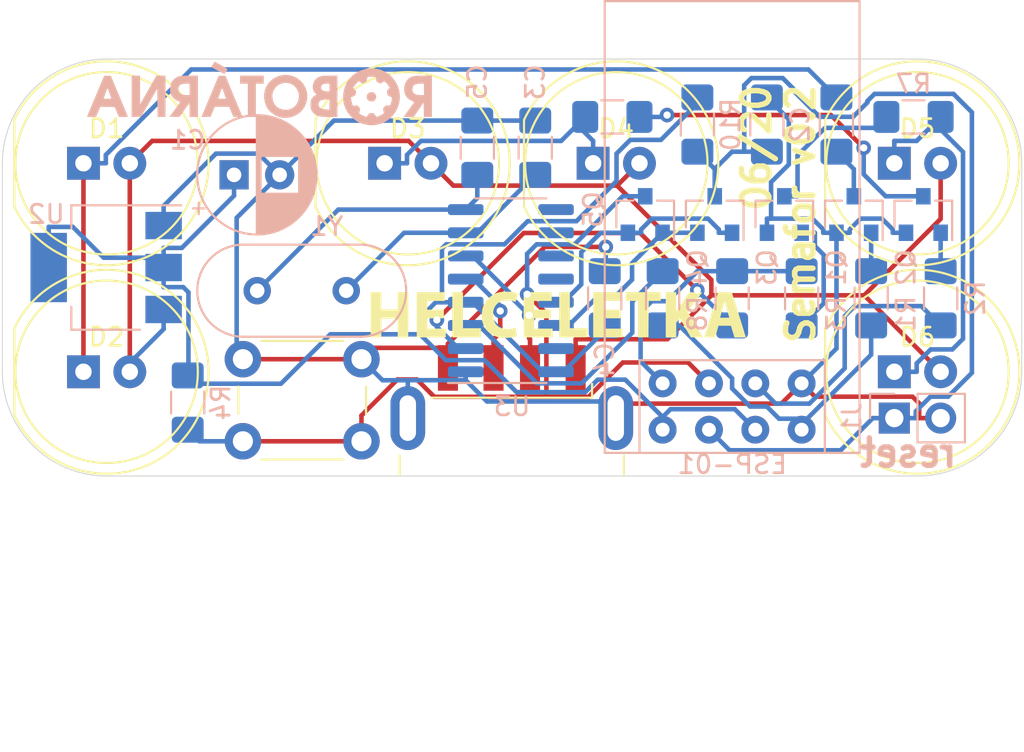
<source format=kicad_pcb>
(kicad_pcb (version 20171130) (host pcbnew "(5.1.6)-1")

  (general
    (thickness 1.6)
    (drawings 10)
    (tracks 303)
    (zones 0)
    (modules 36)
    (nets 31)
  )

  (page A4)
  (layers
    (0 F.Cu signal)
    (31 B.Cu signal)
    (32 B.Adhes user)
    (33 F.Adhes user)
    (34 B.Paste user)
    (35 F.Paste user)
    (36 B.SilkS user)
    (37 F.SilkS user)
    (38 B.Mask user)
    (39 F.Mask user)
    (40 Dwgs.User user)
    (41 Cmts.User user)
    (42 Eco1.User user)
    (43 Eco2.User user)
    (44 Edge.Cuts user)
    (45 Margin user)
    (46 B.CrtYd user)
    (47 F.CrtYd user)
    (48 B.Fab user)
    (49 F.Fab user)
  )

  (setup
    (last_trace_width 0.25)
    (trace_clearance 0.2)
    (zone_clearance 0.508)
    (zone_45_only no)
    (trace_min 0.2)
    (via_size 0.8)
    (via_drill 0.4)
    (via_min_size 0.4)
    (via_min_drill 0.3)
    (uvia_size 0.3)
    (uvia_drill 0.1)
    (uvias_allowed no)
    (uvia_min_size 0.2)
    (uvia_min_drill 0.1)
    (edge_width 0.05)
    (segment_width 0.2)
    (pcb_text_width 0.3)
    (pcb_text_size 1.5 1.5)
    (mod_edge_width 0.12)
    (mod_text_size 1 1)
    (mod_text_width 0.15)
    (pad_size 1.524 1.524)
    (pad_drill 0.762)
    (pad_to_mask_clearance 0.05)
    (aux_axis_origin 0 0)
    (grid_origin 132.08 72.39)
    (visible_elements 7FFFFFFF)
    (pcbplotparams
      (layerselection 0x010f0_ffffffff)
      (usegerberextensions false)
      (usegerberattributes true)
      (usegerberadvancedattributes true)
      (creategerberjobfile true)
      (excludeedgelayer true)
      (linewidth 0.100000)
      (plotframeref false)
      (viasonmask false)
      (mode 1)
      (useauxorigin false)
      (hpglpennumber 1)
      (hpglpenspeed 20)
      (hpglpendiameter 15.000000)
      (psnegative false)
      (psa4output false)
      (plotreference true)
      (plotvalue true)
      (plotinvisibletext false)
      (padsonsilk false)
      (subtractmaskfromsilk false)
      (outputformat 1)
      (mirror false)
      (drillshape 0)
      (scaleselection 1)
      (outputdirectory "semaforGerber/"))
  )

  (net 0 "")
  (net 1 GND)
  (net 2 +3V3)
  (net 3 +5V)
  (net 4 "Net-(D1-Pad1)")
  (net 5 "Net-(D3-Pad1)")
  (net 6 "Net-(D5-Pad1)")
  (net 7 RESET)
  (net 8 "Net-(Q1-Pad1)")
  (net 9 "Net-(Q2-Pad1)")
  (net 10 "Net-(Q3-Pad1)")
  (net 11 LED-A)
  (net 12 LED-B)
  (net 13 LED-C)
  (net 14 BUTTON)
  (net 15 "Net-(Q1-Pad3)")
  (net 16 "Net-(Q2-Pad3)")
  (net 17 "Net-(Q3-Pad3)")
  (net 18 D+)
  (net 19 D-)
  (net 20 RTS)
  (net 21 DTR)
  (net 22 "Net-(R8-Pad2)")
  (net 23 "Net-(R9-Pad2)")
  (net 24 "Net-(U3-Pad15)")
  (net 25 "Net-(U3-Pad12)")
  (net 26 "Net-(U3-Pad11)")
  (net 27 "Net-(U3-Pad10)")
  (net 28 "Net-(U3-Pad9)")
  (net 29 "Net-(C3-Pad1)")
  (net 30 "Net-(C5-Pad1)")

  (net_class Default "This is the default net class."
    (clearance 0.2)
    (trace_width 0.25)
    (via_dia 0.8)
    (via_drill 0.4)
    (uvia_dia 0.3)
    (uvia_drill 0.1)
    (add_net +3V3)
    (add_net +5V)
    (add_net BUTTON)
    (add_net D+)
    (add_net D-)
    (add_net DTR)
    (add_net GND)
    (add_net LED-A)
    (add_net LED-B)
    (add_net LED-C)
    (add_net "Net-(C3-Pad1)")
    (add_net "Net-(C5-Pad1)")
    (add_net "Net-(D1-Pad1)")
    (add_net "Net-(D3-Pad1)")
    (add_net "Net-(D5-Pad1)")
    (add_net "Net-(Q1-Pad1)")
    (add_net "Net-(Q1-Pad3)")
    (add_net "Net-(Q2-Pad1)")
    (add_net "Net-(Q2-Pad3)")
    (add_net "Net-(Q3-Pad1)")
    (add_net "Net-(Q3-Pad3)")
    (add_net "Net-(R8-Pad2)")
    (add_net "Net-(R9-Pad2)")
    (add_net "Net-(U3-Pad10)")
    (add_net "Net-(U3-Pad11)")
    (add_net "Net-(U3-Pad12)")
    (add_net "Net-(U3-Pad15)")
    (add_net "Net-(U3-Pad9)")
    (add_net RESET)
    (add_net RTS)
  )

  (module semaforBoard:PinHeader_1x02_P2.54mm_Vertical (layer B.Cu) (tedit 5EE4CC18) (tstamp 5EC84166)
    (at 180.975 92.075 270)
    (descr "Through hole straight pin header, 1x02, 2.54mm pitch, single row")
    (tags "Through hole pin header THT 1x02 2.54mm single row")
    (path /5ECA02FE)
    (fp_text reference J1 (at 0 2.33 90) (layer B.SilkS)
      (effects (font (size 1 1) (thickness 0.15)) (justify mirror))
    )
    (fp_text value RESET (at 0 -4.87 90) (layer B.Fab)
      (effects (font (size 1 1) (thickness 0.15)) (justify mirror))
    )
    (fp_line (start -0.635 1.27) (end 1.27 1.27) (layer B.Fab) (width 0.1))
    (fp_line (start 1.27 1.27) (end 1.27 -3.81) (layer B.Fab) (width 0.1))
    (fp_line (start 1.27 -3.81) (end -1.27 -3.81) (layer B.Fab) (width 0.1))
    (fp_line (start -1.27 -3.81) (end -1.27 0.635) (layer B.Fab) (width 0.1))
    (fp_line (start -1.27 0.635) (end -0.635 1.27) (layer B.Fab) (width 0.1))
    (fp_line (start -1.33 -3.87) (end 1.33 -3.87) (layer B.SilkS) (width 0.12))
    (fp_line (start -1.33 -1.27) (end -1.33 -3.87) (layer B.SilkS) (width 0.12))
    (fp_line (start 1.33 -1.27) (end 1.33 -3.87) (layer B.SilkS) (width 0.12))
    (fp_line (start -1.33 -1.27) (end 1.33 -1.27) (layer B.SilkS) (width 0.12))
    (fp_line (start -1.33 0) (end -1.33 1.33) (layer B.SilkS) (width 0.12))
    (fp_line (start -1.33 1.33) (end 0 1.33) (layer B.SilkS) (width 0.12))
    (fp_line (start -1.8 1.8) (end -1.8 -4.35) (layer B.CrtYd) (width 0.05))
    (fp_line (start -1.8 -4.35) (end 1.8 -4.35) (layer B.CrtYd) (width 0.05))
    (fp_line (start 1.8 -4.35) (end 1.8 1.8) (layer B.CrtYd) (width 0.05))
    (fp_line (start 1.8 1.8) (end -1.8 1.8) (layer B.CrtYd) (width 0.05))
    (fp_text user %R (at 0 -1.27 180) (layer B.Fab)
      (effects (font (size 1 1) (thickness 0.15)) (justify mirror))
    )
    (pad 2 thru_hole oval (at 0 -2.54 270) (size 1.7 1.7) (drill 1) (layers *.Cu *.Mask)
      (net 1 GND))
    (pad 1 thru_hole rect (at 0 0 270) (size 1.7 1.7) (drill 1) (layers *.Cu *.Mask)
      (net 7 RESET))
  )

  (module LED_THT:LED_D10.0mm (layer F.Cu) (tedit 587A3A7B) (tstamp 5EC84155)
    (at 180.975 89.535)
    (descr "LED, diameter 10.0mm, 2 pins, http://cdn-reichelt.de/documents/datenblatt/A500/LED10-4500RT%23KIN.pdf")
    (tags "LED diameter 10.0mm 2 pins")
    (path /5EC8ABEB)
    (fp_text reference D6 (at 1.27 -1.905) (layer F.SilkS)
      (effects (font (size 1 1) (thickness 0.15)))
    )
    (fp_text value LED (at 1.27 6.56) (layer F.Fab)
      (effects (font (size 1 1) (thickness 0.15)))
    )
    (fp_line (start 7.1 -5.85) (end -4.55 -5.85) (layer F.CrtYd) (width 0.05))
    (fp_line (start 7.1 5.85) (end 7.1 -5.85) (layer F.CrtYd) (width 0.05))
    (fp_line (start -4.55 5.85) (end 7.1 5.85) (layer F.CrtYd) (width 0.05))
    (fp_line (start -4.55 -5.85) (end -4.55 5.85) (layer F.CrtYd) (width 0.05))
    (fp_line (start -3.79 -2.376) (end -3.79 2.376) (layer F.SilkS) (width 0.12))
    (fp_line (start -3.73 -2.291288) (end -3.73 2.291288) (layer F.Fab) (width 0.1))
    (fp_circle (center 1.27 0) (end 6.27 0) (layer F.SilkS) (width 0.12))
    (fp_circle (center 1.27 0) (end 6.27 0) (layer F.Fab) (width 0.1))
    (fp_arc (start 1.27 0) (end -3.79 2.375816) (angle -154.8) (layer F.SilkS) (width 0.12))
    (fp_arc (start 1.27 0) (end -3.79 -2.375816) (angle 154.8) (layer F.SilkS) (width 0.12))
    (fp_arc (start 1.27 0) (end -3.73 -2.291288) (angle 310.8) (layer F.Fab) (width 0.1))
    (pad 2 thru_hole circle (at 2.54 0) (size 1.8 1.8) (drill 0.9) (layers *.Cu *.Mask)
      (net 3 +5V))
    (pad 1 thru_hole rect (at 0 0) (size 1.8 1.8) (drill 0.9) (layers *.Cu *.Mask)
      (net 6 "Net-(D5-Pad1)"))
    (model ${KISYS3DMOD}/LED_THT.3dshapes/LED_D10.0mm.wrl
      (at (xyz 0 0 0))
      (scale (xyz 1 1 1))
      (rotate (xyz 0 0 0))
    )
  )

  (module LED_THT:LED_D10.0mm (layer F.Cu) (tedit 587A3A7B) (tstamp 5EC84144)
    (at 180.975 78.105)
    (descr "LED, diameter 10.0mm, 2 pins, http://cdn-reichelt.de/documents/datenblatt/A500/LED10-4500RT%23KIN.pdf")
    (tags "LED diameter 10.0mm 2 pins")
    (path /5EC8ABDC)
    (fp_text reference D5 (at 1.27 -1.905) (layer F.SilkS)
      (effects (font (size 1 1) (thickness 0.15)))
    )
    (fp_text value LED (at 1.27 6.56) (layer F.Fab)
      (effects (font (size 1 1) (thickness 0.15)))
    )
    (fp_line (start 7.1 -5.85) (end -4.55 -5.85) (layer F.CrtYd) (width 0.05))
    (fp_line (start 7.1 5.85) (end 7.1 -5.85) (layer F.CrtYd) (width 0.05))
    (fp_line (start -4.55 5.85) (end 7.1 5.85) (layer F.CrtYd) (width 0.05))
    (fp_line (start -4.55 -5.85) (end -4.55 5.85) (layer F.CrtYd) (width 0.05))
    (fp_line (start -3.79 -2.376) (end -3.79 2.376) (layer F.SilkS) (width 0.12))
    (fp_line (start -3.73 -2.291288) (end -3.73 2.291288) (layer F.Fab) (width 0.1))
    (fp_circle (center 1.27 0) (end 6.27 0) (layer F.SilkS) (width 0.12))
    (fp_circle (center 1.27 0) (end 6.27 0) (layer F.Fab) (width 0.1))
    (fp_arc (start 1.27 0) (end -3.79 2.375816) (angle -154.8) (layer F.SilkS) (width 0.12))
    (fp_arc (start 1.27 0) (end -3.79 -2.375816) (angle 154.8) (layer F.SilkS) (width 0.12))
    (fp_arc (start 1.27 0) (end -3.73 -2.291288) (angle 310.8) (layer F.Fab) (width 0.1))
    (pad 2 thru_hole circle (at 2.54 0) (size 1.8 1.8) (drill 0.9) (layers *.Cu *.Mask)
      (net 3 +5V))
    (pad 1 thru_hole rect (at 0 0) (size 1.8 1.8) (drill 0.9) (layers *.Cu *.Mask)
      (net 6 "Net-(D5-Pad1)"))
    (model ${KISYS3DMOD}/LED_THT.3dshapes/LED_D10.0mm.wrl
      (at (xyz 0 0 0))
      (scale (xyz 1 1 1))
      (rotate (xyz 0 0 0))
    )
  )

  (module LED_THT:LED_D10.0mm (layer F.Cu) (tedit 587A3A7B) (tstamp 5EC84133)
    (at 164.465 78.105)
    (descr "LED, diameter 10.0mm, 2 pins, http://cdn-reichelt.de/documents/datenblatt/A500/LED10-4500RT%23KIN.pdf")
    (tags "LED diameter 10.0mm 2 pins")
    (path /5EC878CC)
    (fp_text reference D4 (at 1.27 -1.905) (layer F.SilkS)
      (effects (font (size 1 1) (thickness 0.15)))
    )
    (fp_text value LED (at 1.27 6.56) (layer F.Fab)
      (effects (font (size 1 1) (thickness 0.15)))
    )
    (fp_line (start 7.1 -5.85) (end -4.55 -5.85) (layer F.CrtYd) (width 0.05))
    (fp_line (start 7.1 5.85) (end 7.1 -5.85) (layer F.CrtYd) (width 0.05))
    (fp_line (start -4.55 5.85) (end 7.1 5.85) (layer F.CrtYd) (width 0.05))
    (fp_line (start -4.55 -5.85) (end -4.55 5.85) (layer F.CrtYd) (width 0.05))
    (fp_line (start -3.79 -2.376) (end -3.79 2.376) (layer F.SilkS) (width 0.12))
    (fp_line (start -3.73 -2.291288) (end -3.73 2.291288) (layer F.Fab) (width 0.1))
    (fp_circle (center 1.27 0) (end 6.27 0) (layer F.SilkS) (width 0.12))
    (fp_circle (center 1.27 0) (end 6.27 0) (layer F.Fab) (width 0.1))
    (fp_arc (start 1.27 0) (end -3.79 2.375816) (angle -154.8) (layer F.SilkS) (width 0.12))
    (fp_arc (start 1.27 0) (end -3.79 -2.375816) (angle 154.8) (layer F.SilkS) (width 0.12))
    (fp_arc (start 1.27 0) (end -3.73 -2.291288) (angle 310.8) (layer F.Fab) (width 0.1))
    (pad 2 thru_hole circle (at 2.54 0) (size 1.8 1.8) (drill 0.9) (layers *.Cu *.Mask)
      (net 3 +5V))
    (pad 1 thru_hole rect (at 0 0) (size 1.8 1.8) (drill 0.9) (layers *.Cu *.Mask)
      (net 5 "Net-(D3-Pad1)"))
    (model ${KISYS3DMOD}/LED_THT.3dshapes/LED_D10.0mm.wrl
      (at (xyz 0 0 0))
      (scale (xyz 1 1 1))
      (rotate (xyz 0 0 0))
    )
  )

  (module LED_THT:LED_D10.0mm (layer F.Cu) (tedit 587A3A7B) (tstamp 5EC84122)
    (at 153.035 78.105)
    (descr "LED, diameter 10.0mm, 2 pins, http://cdn-reichelt.de/documents/datenblatt/A500/LED10-4500RT%23KIN.pdf")
    (tags "LED diameter 10.0mm 2 pins")
    (path /5EC878BD)
    (fp_text reference D3 (at 1.27 -1.905) (layer F.SilkS)
      (effects (font (size 1 1) (thickness 0.15)))
    )
    (fp_text value LED (at 1.27 6.56) (layer F.Fab)
      (effects (font (size 1 1) (thickness 0.15)))
    )
    (fp_line (start 7.1 -5.85) (end -4.55 -5.85) (layer F.CrtYd) (width 0.05))
    (fp_line (start 7.1 5.85) (end 7.1 -5.85) (layer F.CrtYd) (width 0.05))
    (fp_line (start -4.55 5.85) (end 7.1 5.85) (layer F.CrtYd) (width 0.05))
    (fp_line (start -4.55 -5.85) (end -4.55 5.85) (layer F.CrtYd) (width 0.05))
    (fp_line (start -3.79 -2.376) (end -3.79 2.376) (layer F.SilkS) (width 0.12))
    (fp_line (start -3.73 -2.291288) (end -3.73 2.291288) (layer F.Fab) (width 0.1))
    (fp_circle (center 1.27 0) (end 6.27 0) (layer F.SilkS) (width 0.12))
    (fp_circle (center 1.27 0) (end 6.27 0) (layer F.Fab) (width 0.1))
    (fp_arc (start 1.27 0) (end -3.79 2.375816) (angle -154.8) (layer F.SilkS) (width 0.12))
    (fp_arc (start 1.27 0) (end -3.79 -2.375816) (angle 154.8) (layer F.SilkS) (width 0.12))
    (fp_arc (start 1.27 0) (end -3.73 -2.291288) (angle 310.8) (layer F.Fab) (width 0.1))
    (pad 2 thru_hole circle (at 2.54 0) (size 1.8 1.8) (drill 0.9) (layers *.Cu *.Mask)
      (net 3 +5V))
    (pad 1 thru_hole rect (at 0 0) (size 1.8 1.8) (drill 0.9) (layers *.Cu *.Mask)
      (net 5 "Net-(D3-Pad1)"))
    (model ${KISYS3DMOD}/LED_THT.3dshapes/LED_D10.0mm.wrl
      (at (xyz 0 0 0))
      (scale (xyz 1 1 1))
      (rotate (xyz 0 0 0))
    )
  )

  (module LED_THT:LED_D10.0mm (layer F.Cu) (tedit 587A3A7B) (tstamp 5EC84111)
    (at 136.525 89.535)
    (descr "LED, diameter 10.0mm, 2 pins, http://cdn-reichelt.de/documents/datenblatt/A500/LED10-4500RT%23KIN.pdf")
    (tags "LED diameter 10.0mm 2 pins")
    (path /5EC7C12C)
    (fp_text reference D2 (at 1.27 -1.905) (layer F.SilkS)
      (effects (font (size 1 1) (thickness 0.15)))
    )
    (fp_text value LED (at 1.27 6.56) (layer F.Fab)
      (effects (font (size 1 1) (thickness 0.15)))
    )
    (fp_line (start 7.1 -5.85) (end -4.55 -5.85) (layer F.CrtYd) (width 0.05))
    (fp_line (start 7.1 5.85) (end 7.1 -5.85) (layer F.CrtYd) (width 0.05))
    (fp_line (start -4.55 5.85) (end 7.1 5.85) (layer F.CrtYd) (width 0.05))
    (fp_line (start -4.55 -5.85) (end -4.55 5.85) (layer F.CrtYd) (width 0.05))
    (fp_line (start -3.79 -2.376) (end -3.79 2.376) (layer F.SilkS) (width 0.12))
    (fp_line (start -3.73 -2.291288) (end -3.73 2.291288) (layer F.Fab) (width 0.1))
    (fp_circle (center 1.27 0) (end 6.27 0) (layer F.SilkS) (width 0.12))
    (fp_circle (center 1.27 0) (end 6.27 0) (layer F.Fab) (width 0.1))
    (fp_arc (start 1.27 0) (end -3.79 2.375816) (angle -154.8) (layer F.SilkS) (width 0.12))
    (fp_arc (start 1.27 0) (end -3.79 -2.375816) (angle 154.8) (layer F.SilkS) (width 0.12))
    (fp_arc (start 1.27 0) (end -3.73 -2.291288) (angle 310.8) (layer F.Fab) (width 0.1))
    (pad 2 thru_hole circle (at 2.54 0) (size 1.8 1.8) (drill 0.9) (layers *.Cu *.Mask)
      (net 3 +5V))
    (pad 1 thru_hole rect (at 0 0) (size 1.8 1.8) (drill 0.9) (layers *.Cu *.Mask)
      (net 4 "Net-(D1-Pad1)"))
    (model ${KISYS3DMOD}/LED_THT.3dshapes/LED_D10.0mm.wrl
      (at (xyz 0 0 0))
      (scale (xyz 1 1 1))
      (rotate (xyz 0 0 0))
    )
  )

  (module LED_THT:LED_D10.0mm (layer F.Cu) (tedit 587A3A7B) (tstamp 5EE4CA08)
    (at 136.525 78.105)
    (descr "LED, diameter 10.0mm, 2 pins, http://cdn-reichelt.de/documents/datenblatt/A500/LED10-4500RT%23KIN.pdf")
    (tags "LED diameter 10.0mm 2 pins")
    (path /5EC7A629)
    (fp_text reference D1 (at 1.27 -1.905) (layer F.SilkS)
      (effects (font (size 1 1) (thickness 0.15)))
    )
    (fp_text value LED (at 1.27 6.56) (layer F.Fab)
      (effects (font (size 1 1) (thickness 0.15)))
    )
    (fp_line (start 7.1 -5.85) (end -4.55 -5.85) (layer F.CrtYd) (width 0.05))
    (fp_line (start 7.1 5.85) (end 7.1 -5.85) (layer F.CrtYd) (width 0.05))
    (fp_line (start -4.55 5.85) (end 7.1 5.85) (layer F.CrtYd) (width 0.05))
    (fp_line (start -4.55 -5.85) (end -4.55 5.85) (layer F.CrtYd) (width 0.05))
    (fp_line (start -3.79 -2.376) (end -3.79 2.376) (layer F.SilkS) (width 0.12))
    (fp_line (start -3.73 -2.291288) (end -3.73 2.291288) (layer F.Fab) (width 0.1))
    (fp_circle (center 1.27 0) (end 6.27 0) (layer F.SilkS) (width 0.12))
    (fp_circle (center 1.27 0) (end 6.27 0) (layer F.Fab) (width 0.1))
    (fp_arc (start 1.27 0) (end -3.79 2.375816) (angle -154.8) (layer F.SilkS) (width 0.12))
    (fp_arc (start 1.27 0) (end -3.79 -2.375816) (angle 154.8) (layer F.SilkS) (width 0.12))
    (fp_arc (start 1.27 0) (end -3.73 -2.291288) (angle 310.8) (layer F.Fab) (width 0.1))
    (pad 2 thru_hole circle (at 2.54 0) (size 1.8 1.8) (drill 0.9) (layers *.Cu *.Mask)
      (net 3 +5V))
    (pad 1 thru_hole rect (at 0 0) (size 1.8 1.8) (drill 0.9) (layers *.Cu *.Mask)
      (net 4 "Net-(D1-Pad1)"))
    (model ${KISYS3DMOD}/LED_THT.3dshapes/LED_D10.0mm.wrl
      (at (xyz 0 0 0))
      (scale (xyz 1 1 1))
      (rotate (xyz 0 0 0))
    )
  )

  (module Crystal:Crystal_HC49-4H_Vertical (layer B.Cu) (tedit 5A1AD3B7) (tstamp 5EE572EF)
    (at 150.93 85.09 180)
    (descr "Crystal THT HC-49-4H http://5hertz.com/pdfs/04404_D.pdf")
    (tags "THT crystalHC-49-4H")
    (path /5EE8D28E)
    (fp_text reference Y1 (at 1.07 3.525) (layer B.SilkS)
      (effects (font (size 1 1) (thickness 0.15)) (justify mirror))
    )
    (fp_text value Crystal (at 2.44 -3.525) (layer B.Fab)
      (effects (font (size 1 1) (thickness 0.15)) (justify mirror))
    )
    (fp_line (start -0.76 2.325) (end 5.64 2.325) (layer B.Fab) (width 0.1))
    (fp_line (start -0.76 -2.325) (end 5.64 -2.325) (layer B.Fab) (width 0.1))
    (fp_line (start -0.56 2) (end 5.44 2) (layer B.Fab) (width 0.1))
    (fp_line (start -0.56 -2) (end 5.44 -2) (layer B.Fab) (width 0.1))
    (fp_line (start -0.76 2.525) (end 5.64 2.525) (layer B.SilkS) (width 0.12))
    (fp_line (start -0.76 -2.525) (end 5.64 -2.525) (layer B.SilkS) (width 0.12))
    (fp_line (start -3.6 2.8) (end -3.6 -2.8) (layer B.CrtYd) (width 0.05))
    (fp_line (start -3.6 -2.8) (end 8.5 -2.8) (layer B.CrtYd) (width 0.05))
    (fp_line (start 8.5 -2.8) (end 8.5 2.8) (layer B.CrtYd) (width 0.05))
    (fp_line (start 8.5 2.8) (end -3.6 2.8) (layer B.CrtYd) (width 0.05))
    (fp_arc (start 5.64 0) (end 5.64 2.525) (angle -180) (layer B.SilkS) (width 0.12))
    (fp_arc (start -0.76 0) (end -0.76 2.525) (angle 180) (layer B.SilkS) (width 0.12))
    (fp_arc (start 5.44 0) (end 5.44 2) (angle -180) (layer B.Fab) (width 0.1))
    (fp_arc (start -0.56 0) (end -0.56 2) (angle 180) (layer B.Fab) (width 0.1))
    (fp_arc (start 5.64 0) (end 5.64 2.325) (angle -180) (layer B.Fab) (width 0.1))
    (fp_arc (start -0.76 0) (end -0.76 2.325) (angle 180) (layer B.Fab) (width 0.1))
    (fp_text user %R (at 2.44 0) (layer B.Fab)
      (effects (font (size 1 1) (thickness 0.15)) (justify mirror))
    )
    (pad 2 thru_hole circle (at 4.88 0 180) (size 1.5 1.5) (drill 0.8) (layers *.Cu *.Mask)
      (net 30 "Net-(C5-Pad1)"))
    (pad 1 thru_hole circle (at 0 0 180) (size 1.5 1.5) (drill 0.8) (layers *.Cu *.Mask)
      (net 29 "Net-(C3-Pad1)"))
    (model ${KISYS3DMOD}/Crystal.3dshapes/Crystal_HC49-4H_Vertical.wrl
      (at (xyz 0 0 0))
      (scale (xyz 1 1 1))
      (rotate (xyz 0 0 0))
    )
  )

  (module Package_SO:SOIC-16_3.9x9.9mm_P1.27mm (layer B.Cu) (tedit 5D9F72B1) (tstamp 5EE58760)
    (at 159.955 85.09)
    (descr "SOIC, 16 Pin (JEDEC MS-012AC, https://www.analog.com/media/en/package-pcb-resources/package/pkg_pdf/soic_narrow-r/r_16.pdf), generated with kicad-footprint-generator ipc_gullwing_generator.py")
    (tags "SOIC SO")
    (path /5EE367D3)
    (attr smd)
    (fp_text reference U3 (at 0.065 6.35) (layer B.SilkS)
      (effects (font (size 1 1) (thickness 0.15)) (justify mirror))
    )
    (fp_text value CH340G (at 0 -5.9) (layer B.Fab)
      (effects (font (size 1 1) (thickness 0.15)) (justify mirror))
    )
    (fp_line (start 0 -5.06) (end 1.95 -5.06) (layer B.SilkS) (width 0.12))
    (fp_line (start 0 -5.06) (end -1.95 -5.06) (layer B.SilkS) (width 0.12))
    (fp_line (start 0 5.06) (end 1.95 5.06) (layer B.SilkS) (width 0.12))
    (fp_line (start 0 5.06) (end -3.45 5.06) (layer B.SilkS) (width 0.12))
    (fp_line (start -0.975 4.95) (end 1.95 4.95) (layer B.Fab) (width 0.1))
    (fp_line (start 1.95 4.95) (end 1.95 -4.95) (layer B.Fab) (width 0.1))
    (fp_line (start 1.95 -4.95) (end -1.95 -4.95) (layer B.Fab) (width 0.1))
    (fp_line (start -1.95 -4.95) (end -1.95 3.975) (layer B.Fab) (width 0.1))
    (fp_line (start -1.95 3.975) (end -0.975 4.95) (layer B.Fab) (width 0.1))
    (fp_line (start -3.7 5.2) (end -3.7 -5.2) (layer B.CrtYd) (width 0.05))
    (fp_line (start -3.7 -5.2) (end 3.7 -5.2) (layer B.CrtYd) (width 0.05))
    (fp_line (start 3.7 -5.2) (end 3.7 5.2) (layer B.CrtYd) (width 0.05))
    (fp_line (start 3.7 5.2) (end -3.7 5.2) (layer B.CrtYd) (width 0.05))
    (fp_text user %R (at 0 0) (layer B.Fab)
      (effects (font (size 0.98 0.98) (thickness 0.15)) (justify mirror))
    )
    (pad 16 smd roundrect (at 2.475 4.445) (size 1.95 0.6) (layers B.Cu B.Paste B.Mask) (roundrect_rratio 0.25)
      (net 2 +3V3))
    (pad 15 smd roundrect (at 2.475 3.175) (size 1.95 0.6) (layers B.Cu B.Paste B.Mask) (roundrect_rratio 0.25)
      (net 24 "Net-(U3-Pad15)"))
    (pad 14 smd roundrect (at 2.475 1.905) (size 1.95 0.6) (layers B.Cu B.Paste B.Mask) (roundrect_rratio 0.25)
      (net 20 RTS))
    (pad 13 smd roundrect (at 2.475 0.635) (size 1.95 0.6) (layers B.Cu B.Paste B.Mask) (roundrect_rratio 0.25)
      (net 21 DTR))
    (pad 12 smd roundrect (at 2.475 -0.635) (size 1.95 0.6) (layers B.Cu B.Paste B.Mask) (roundrect_rratio 0.25)
      (net 25 "Net-(U3-Pad12)"))
    (pad 11 smd roundrect (at 2.475 -1.905) (size 1.95 0.6) (layers B.Cu B.Paste B.Mask) (roundrect_rratio 0.25)
      (net 26 "Net-(U3-Pad11)"))
    (pad 10 smd roundrect (at 2.475 -3.175) (size 1.95 0.6) (layers B.Cu B.Paste B.Mask) (roundrect_rratio 0.25)
      (net 27 "Net-(U3-Pad10)"))
    (pad 9 smd roundrect (at 2.475 -4.445) (size 1.95 0.6) (layers B.Cu B.Paste B.Mask) (roundrect_rratio 0.25)
      (net 28 "Net-(U3-Pad9)"))
    (pad 8 smd roundrect (at -2.475 -4.445) (size 1.95 0.6) (layers B.Cu B.Paste B.Mask) (roundrect_rratio 0.25)
      (net 30 "Net-(C5-Pad1)"))
    (pad 7 smd roundrect (at -2.475 -3.175) (size 1.95 0.6) (layers B.Cu B.Paste B.Mask) (roundrect_rratio 0.25)
      (net 29 "Net-(C3-Pad1)"))
    (pad 6 smd roundrect (at -2.475 -1.905) (size 1.95 0.6) (layers B.Cu B.Paste B.Mask) (roundrect_rratio 0.25)
      (net 19 D-))
    (pad 5 smd roundrect (at -2.475 -0.635) (size 1.95 0.6) (layers B.Cu B.Paste B.Mask) (roundrect_rratio 0.25)
      (net 18 D+))
    (pad 4 smd roundrect (at -2.475 0.635) (size 1.95 0.6) (layers B.Cu B.Paste B.Mask) (roundrect_rratio 0.25)
      (net 2 +3V3))
    (pad 3 smd roundrect (at -2.475 1.905) (size 1.95 0.6) (layers B.Cu B.Paste B.Mask) (roundrect_rratio 0.25)
      (net 22 "Net-(R8-Pad2)"))
    (pad 2 smd roundrect (at -2.475 3.175) (size 1.95 0.6) (layers B.Cu B.Paste B.Mask) (roundrect_rratio 0.25)
      (net 23 "Net-(R9-Pad2)"))
    (pad 1 smd roundrect (at -2.475 4.445) (size 1.95 0.6) (layers B.Cu B.Paste B.Mask) (roundrect_rratio 0.25)
      (net 1 GND))
    (model ${KISYS3DMOD}/Package_SO.3dshapes/SOIC-16_3.9x9.9mm_P1.27mm.wrl
      (at (xyz 0 0 0))
      (scale (xyz 1 1 1))
      (rotate (xyz 0 0 0))
    )
  )

  (module Resistor_SMD:R_1206_3216Metric_Pad1.42x1.75mm_HandSolder (layer B.Cu) (tedit 5B301BBD) (tstamp 5EE35DD2)
    (at 170.18 75.9825 90)
    (descr "Resistor SMD 1206 (3216 Metric), square (rectangular) end terminal, IPC_7351 nominal with elongated pad for handsoldering. (Body size source: http://www.tortai-tech.com/upload/download/2011102023233369053.pdf), generated with kicad-footprint-generator")
    (tags "resistor handsolder")
    (path /5EED73CC)
    (attr smd)
    (fp_text reference R10 (at 0 1.82 270) (layer B.SilkS)
      (effects (font (size 1 1) (thickness 0.15)) (justify mirror))
    )
    (fp_text value 10k (at 0 -1.82 270) (layer B.Fab)
      (effects (font (size 1 1) (thickness 0.15)) (justify mirror))
    )
    (fp_line (start -1.6 -0.8) (end -1.6 0.8) (layer B.Fab) (width 0.1))
    (fp_line (start -1.6 0.8) (end 1.6 0.8) (layer B.Fab) (width 0.1))
    (fp_line (start 1.6 0.8) (end 1.6 -0.8) (layer B.Fab) (width 0.1))
    (fp_line (start 1.6 -0.8) (end -1.6 -0.8) (layer B.Fab) (width 0.1))
    (fp_line (start -0.602064 0.91) (end 0.602064 0.91) (layer B.SilkS) (width 0.12))
    (fp_line (start -0.602064 -0.91) (end 0.602064 -0.91) (layer B.SilkS) (width 0.12))
    (fp_line (start -2.45 -1.12) (end -2.45 1.12) (layer B.CrtYd) (width 0.05))
    (fp_line (start -2.45 1.12) (end 2.45 1.12) (layer B.CrtYd) (width 0.05))
    (fp_line (start 2.45 1.12) (end 2.45 -1.12) (layer B.CrtYd) (width 0.05))
    (fp_line (start 2.45 -1.12) (end -2.45 -1.12) (layer B.CrtYd) (width 0.05))
    (fp_text user %R (at 0 0 270) (layer B.Fab)
      (effects (font (size 0.8 0.8) (thickness 0.12)) (justify mirror))
    )
    (pad 2 smd roundrect (at 1.4875 0 90) (size 1.425 1.75) (layers B.Cu B.Paste B.Mask) (roundrect_rratio 0.175439)
      (net 2 +3V3))
    (pad 1 smd roundrect (at -1.4875 0 90) (size 1.425 1.75) (layers B.Cu B.Paste B.Mask) (roundrect_rratio 0.175439)
      (net 7 RESET))
    (model ${KISYS3DMOD}/Resistor_SMD.3dshapes/R_1206_3216Metric.wrl
      (at (xyz 0 0 0))
      (scale (xyz 1 1 1))
      (rotate (xyz 0 0 0))
    )
  )

  (module Package_TO_SOT_SMD:SOT-23 (layer B.Cu) (tedit 5A02FF57) (tstamp 5EE560E1)
    (at 167.32 80.915 90)
    (descr "SOT-23, Standard")
    (tags SOT-23)
    (path /5EE64CE4)
    (attr smd)
    (fp_text reference Q5 (at 0.27 -2.855 90) (layer B.SilkS)
      (effects (font (size 1 1) (thickness 0.15)) (justify mirror))
    )
    (fp_text value BC817 (at 0 -2.5 90) (layer B.Fab)
      (effects (font (size 1 1) (thickness 0.15)) (justify mirror))
    )
    (fp_line (start -0.7 0.95) (end -0.7 -1.5) (layer B.Fab) (width 0.1))
    (fp_line (start -0.15 1.52) (end 0.7 1.52) (layer B.Fab) (width 0.1))
    (fp_line (start -0.7 0.95) (end -0.15 1.52) (layer B.Fab) (width 0.1))
    (fp_line (start 0.7 1.52) (end 0.7 -1.52) (layer B.Fab) (width 0.1))
    (fp_line (start -0.7 -1.52) (end 0.7 -1.52) (layer B.Fab) (width 0.1))
    (fp_line (start 0.76 -1.58) (end 0.76 -0.65) (layer B.SilkS) (width 0.12))
    (fp_line (start 0.76 1.58) (end 0.76 0.65) (layer B.SilkS) (width 0.12))
    (fp_line (start -1.7 1.75) (end 1.7 1.75) (layer B.CrtYd) (width 0.05))
    (fp_line (start 1.7 1.75) (end 1.7 -1.75) (layer B.CrtYd) (width 0.05))
    (fp_line (start 1.7 -1.75) (end -1.7 -1.75) (layer B.CrtYd) (width 0.05))
    (fp_line (start -1.7 -1.75) (end -1.7 1.75) (layer B.CrtYd) (width 0.05))
    (fp_line (start 0.76 1.58) (end -1.4 1.58) (layer B.SilkS) (width 0.12))
    (fp_line (start 0.76 -1.58) (end -0.7 -1.58) (layer B.SilkS) (width 0.12))
    (fp_text user %R (at 0 0 180) (layer B.Fab)
      (effects (font (size 0.5 0.5) (thickness 0.075)) (justify mirror))
    )
    (pad 3 smd rect (at 1 0 90) (size 0.9 0.8) (layers B.Cu B.Paste B.Mask)
      (net 14 BUTTON))
    (pad 2 smd rect (at -1 -0.95 90) (size 0.9 0.8) (layers B.Cu B.Paste B.Mask)
      (net 21 DTR))
    (pad 1 smd rect (at -1 0.95 90) (size 0.9 0.8) (layers B.Cu B.Paste B.Mask)
      (net 20 RTS))
    (model ${KISYS3DMOD}/Package_TO_SOT_SMD.3dshapes/SOT-23.wrl
      (at (xyz 0 0 0))
      (scale (xyz 1 1 1))
      (rotate (xyz 0 0 0))
    )
  )

  (module Package_TO_SOT_SMD:SOT-23 (layer B.Cu) (tedit 5A02FF57) (tstamp 5EE35CBC)
    (at 171.13 80.915 90)
    (descr "SOT-23, Standard")
    (tags SOT-23)
    (path /5EE62AE3)
    (attr smd)
    (fp_text reference Q4 (at -2.905 -0.95 90) (layer B.SilkS)
      (effects (font (size 1 1) (thickness 0.15)) (justify mirror))
    )
    (fp_text value BC817 (at 0 -2.5 90) (layer B.Fab)
      (effects (font (size 1 1) (thickness 0.15)) (justify mirror))
    )
    (fp_line (start -0.7 0.95) (end -0.7 -1.5) (layer B.Fab) (width 0.1))
    (fp_line (start -0.15 1.52) (end 0.7 1.52) (layer B.Fab) (width 0.1))
    (fp_line (start -0.7 0.95) (end -0.15 1.52) (layer B.Fab) (width 0.1))
    (fp_line (start 0.7 1.52) (end 0.7 -1.52) (layer B.Fab) (width 0.1))
    (fp_line (start -0.7 -1.52) (end 0.7 -1.52) (layer B.Fab) (width 0.1))
    (fp_line (start 0.76 -1.58) (end 0.76 -0.65) (layer B.SilkS) (width 0.12))
    (fp_line (start 0.76 1.58) (end 0.76 0.65) (layer B.SilkS) (width 0.12))
    (fp_line (start -1.7 1.75) (end 1.7 1.75) (layer B.CrtYd) (width 0.05))
    (fp_line (start 1.7 1.75) (end 1.7 -1.75) (layer B.CrtYd) (width 0.05))
    (fp_line (start 1.7 -1.75) (end -1.7 -1.75) (layer B.CrtYd) (width 0.05))
    (fp_line (start -1.7 -1.75) (end -1.7 1.75) (layer B.CrtYd) (width 0.05))
    (fp_line (start 0.76 1.58) (end -1.4 1.58) (layer B.SilkS) (width 0.12))
    (fp_line (start 0.76 -1.58) (end -0.7 -1.58) (layer B.SilkS) (width 0.12))
    (fp_text user %R (at 0 0 180) (layer B.Fab)
      (effects (font (size 0.5 0.5) (thickness 0.075)) (justify mirror))
    )
    (pad 3 smd rect (at 1 0 90) (size 0.9 0.8) (layers B.Cu B.Paste B.Mask)
      (net 7 RESET))
    (pad 2 smd rect (at -1 -0.95 90) (size 0.9 0.8) (layers B.Cu B.Paste B.Mask)
      (net 20 RTS))
    (pad 1 smd rect (at -1 0.95 90) (size 0.9 0.8) (layers B.Cu B.Paste B.Mask)
      (net 21 DTR))
    (model ${KISYS3DMOD}/Package_TO_SOT_SMD.3dshapes/SOT-23.wrl
      (at (xyz 0 0 0))
      (scale (xyz 1 1 1))
      (rotate (xyz 0 0 0))
    )
  )

  (module Capacitor_SMD:C_1206_3216Metric_Pad1.42x1.75mm_HandSolder (layer B.Cu) (tedit 5B301BBE) (tstamp 5EE4F4AA)
    (at 158.115 77.2525 90)
    (descr "Capacitor SMD 1206 (3216 Metric), square (rectangular) end terminal, IPC_7351 nominal with elongated pad for handsoldering. (Body size source: http://www.tortai-tech.com/upload/download/2011102023233369053.pdf), generated with kicad-footprint-generator")
    (tags "capacitor handsolder")
    (path /5EE90BE3)
    (attr smd)
    (fp_text reference C5 (at 3.5925 0 90) (layer B.SilkS)
      (effects (font (size 1 1) (thickness 0.15)) (justify mirror))
    )
    (fp_text value 22pF (at 0 -1.82 90) (layer B.Fab)
      (effects (font (size 1 1) (thickness 0.15)) (justify mirror))
    )
    (fp_line (start -1.6 -0.8) (end -1.6 0.8) (layer B.Fab) (width 0.1))
    (fp_line (start -1.6 0.8) (end 1.6 0.8) (layer B.Fab) (width 0.1))
    (fp_line (start 1.6 0.8) (end 1.6 -0.8) (layer B.Fab) (width 0.1))
    (fp_line (start 1.6 -0.8) (end -1.6 -0.8) (layer B.Fab) (width 0.1))
    (fp_line (start -0.602064 0.91) (end 0.602064 0.91) (layer B.SilkS) (width 0.12))
    (fp_line (start -0.602064 -0.91) (end 0.602064 -0.91) (layer B.SilkS) (width 0.12))
    (fp_line (start -2.45 -1.12) (end -2.45 1.12) (layer B.CrtYd) (width 0.05))
    (fp_line (start -2.45 1.12) (end 2.45 1.12) (layer B.CrtYd) (width 0.05))
    (fp_line (start 2.45 1.12) (end 2.45 -1.12) (layer B.CrtYd) (width 0.05))
    (fp_line (start 2.45 -1.12) (end -2.45 -1.12) (layer B.CrtYd) (width 0.05))
    (fp_text user %R (at 0 0 90) (layer B.Fab)
      (effects (font (size 0.8 0.8) (thickness 0.12)) (justify mirror))
    )
    (pad 2 smd roundrect (at 1.4875 0 90) (size 1.425 1.75) (layers B.Cu B.Paste B.Mask) (roundrect_rratio 0.175439)
      (net 1 GND))
    (pad 1 smd roundrect (at -1.4875 0 90) (size 1.425 1.75) (layers B.Cu B.Paste B.Mask) (roundrect_rratio 0.175439)
      (net 30 "Net-(C5-Pad1)"))
    (model ${KISYS3DMOD}/Capacitor_SMD.3dshapes/C_1206_3216Metric.wrl
      (at (xyz 0 0 0))
      (scale (xyz 1 1 1))
      (rotate (xyz 0 0 0))
    )
  )

  (module Capacitor_SMD:C_1206_3216Metric_Pad1.42x1.75mm_HandSolder (layer B.Cu) (tedit 5B301BBE) (tstamp 5EE4F47A)
    (at 161.29 77.2525 90)
    (descr "Capacitor SMD 1206 (3216 Metric), square (rectangular) end terminal, IPC_7351 nominal with elongated pad for handsoldering. (Body size source: http://www.tortai-tech.com/upload/download/2011102023233369053.pdf), generated with kicad-footprint-generator")
    (tags "capacitor handsolder")
    (path /5EE8F2DB)
    (attr smd)
    (fp_text reference C3 (at 3.5925 0 90) (layer B.SilkS)
      (effects (font (size 1 1) (thickness 0.15)) (justify mirror))
    )
    (fp_text value 22pF (at 0 -1.82 90) (layer B.Fab)
      (effects (font (size 1 1) (thickness 0.15)) (justify mirror))
    )
    (fp_line (start -1.6 -0.8) (end -1.6 0.8) (layer B.Fab) (width 0.1))
    (fp_line (start -1.6 0.8) (end 1.6 0.8) (layer B.Fab) (width 0.1))
    (fp_line (start 1.6 0.8) (end 1.6 -0.8) (layer B.Fab) (width 0.1))
    (fp_line (start 1.6 -0.8) (end -1.6 -0.8) (layer B.Fab) (width 0.1))
    (fp_line (start -0.602064 0.91) (end 0.602064 0.91) (layer B.SilkS) (width 0.12))
    (fp_line (start -0.602064 -0.91) (end 0.602064 -0.91) (layer B.SilkS) (width 0.12))
    (fp_line (start -2.45 -1.12) (end -2.45 1.12) (layer B.CrtYd) (width 0.05))
    (fp_line (start -2.45 1.12) (end 2.45 1.12) (layer B.CrtYd) (width 0.05))
    (fp_line (start 2.45 1.12) (end 2.45 -1.12) (layer B.CrtYd) (width 0.05))
    (fp_line (start 2.45 -1.12) (end -2.45 -1.12) (layer B.CrtYd) (width 0.05))
    (fp_text user %R (at 0 0 90) (layer B.Fab)
      (effects (font (size 0.8 0.8) (thickness 0.12)) (justify mirror))
    )
    (pad 2 smd roundrect (at 1.4875 0 90) (size 1.425 1.75) (layers B.Cu B.Paste B.Mask) (roundrect_rratio 0.175439)
      (net 1 GND))
    (pad 1 smd roundrect (at -1.4875 0 90) (size 1.425 1.75) (layers B.Cu B.Paste B.Mask) (roundrect_rratio 0.175439)
      (net 29 "Net-(C3-Pad1)"))
    (model ${KISYS3DMOD}/Capacitor_SMD.3dshapes/C_1206_3216Metric.wrl
      (at (xyz 0 0 0))
      (scale (xyz 1 1 1))
      (rotate (xyz 0 0 0))
    )
  )

  (module Capacitor_SMD:C_1206_3216Metric_Pad1.42x1.75mm_HandSolder (layer B.Cu) (tedit 5B301BBE) (tstamp 5EE5CE6C)
    (at 165.1 85.5075 90)
    (descr "Capacitor SMD 1206 (3216 Metric), square (rectangular) end terminal, IPC_7351 nominal with elongated pad for handsoldering. (Body size source: http://www.tortai-tech.com/upload/download/2011102023233369053.pdf), generated with kicad-footprint-generator")
    (tags "capacitor handsolder")
    (path /5EEBA62B)
    (attr smd)
    (fp_text reference C4 (at -3.3925 0 90) (layer B.SilkS)
      (effects (font (size 1 1) (thickness 0.15)) (justify mirror))
    )
    (fp_text value 100nF (at 0 -1.82 90) (layer B.Fab)
      (effects (font (size 1 1) (thickness 0.15)) (justify mirror))
    )
    (fp_line (start -1.6 -0.8) (end -1.6 0.8) (layer B.Fab) (width 0.1))
    (fp_line (start -1.6 0.8) (end 1.6 0.8) (layer B.Fab) (width 0.1))
    (fp_line (start 1.6 0.8) (end 1.6 -0.8) (layer B.Fab) (width 0.1))
    (fp_line (start 1.6 -0.8) (end -1.6 -0.8) (layer B.Fab) (width 0.1))
    (fp_line (start -0.602064 0.91) (end 0.602064 0.91) (layer B.SilkS) (width 0.12))
    (fp_line (start -0.602064 -0.91) (end 0.602064 -0.91) (layer B.SilkS) (width 0.12))
    (fp_line (start -2.45 -1.12) (end -2.45 1.12) (layer B.CrtYd) (width 0.05))
    (fp_line (start -2.45 1.12) (end 2.45 1.12) (layer B.CrtYd) (width 0.05))
    (fp_line (start 2.45 1.12) (end 2.45 -1.12) (layer B.CrtYd) (width 0.05))
    (fp_line (start 2.45 -1.12) (end -2.45 -1.12) (layer B.CrtYd) (width 0.05))
    (fp_text user %R (at 0 0 90) (layer B.Fab)
      (effects (font (size 0.8 0.8) (thickness 0.12)) (justify mirror))
    )
    (pad 2 smd roundrect (at 1.4875 0 90) (size 1.425 1.75) (layers B.Cu B.Paste B.Mask) (roundrect_rratio 0.175439)
      (net 1 GND))
    (pad 1 smd roundrect (at -1.4875 0 90) (size 1.425 1.75) (layers B.Cu B.Paste B.Mask) (roundrect_rratio 0.175439)
      (net 2 +3V3))
    (model ${KISYS3DMOD}/Capacitor_SMD.3dshapes/C_1206_3216Metric.wrl
      (at (xyz 0 0 0))
      (scale (xyz 1 1 1))
      (rotate (xyz 0 0 0))
    )
  )

  (module Capacitor_SMD:C_1206_3216Metric_Pad1.42x1.75mm_HandSolder (layer B.Cu) (tedit 5B301BBE) (tstamp 5EE3599B)
    (at 173.99 75.9825 90)
    (descr "Capacitor SMD 1206 (3216 Metric), square (rectangular) end terminal, IPC_7351 nominal with elongated pad for handsoldering. (Body size source: http://www.tortai-tech.com/upload/download/2011102023233369053.pdf), generated with kicad-footprint-generator")
    (tags "capacitor handsolder")
    (path /5EEE7618)
    (attr smd)
    (fp_text reference C2 (at 0 1.82 90) (layer B.SilkS)
      (effects (font (size 1 1) (thickness 0.15)) (justify mirror))
    )
    (fp_text value 100nF (at 0 -1.82 90) (layer B.Fab)
      (effects (font (size 1 1) (thickness 0.15)) (justify mirror))
    )
    (fp_line (start -1.6 -0.8) (end -1.6 0.8) (layer B.Fab) (width 0.1))
    (fp_line (start -1.6 0.8) (end 1.6 0.8) (layer B.Fab) (width 0.1))
    (fp_line (start 1.6 0.8) (end 1.6 -0.8) (layer B.Fab) (width 0.1))
    (fp_line (start 1.6 -0.8) (end -1.6 -0.8) (layer B.Fab) (width 0.1))
    (fp_line (start -0.602064 0.91) (end 0.602064 0.91) (layer B.SilkS) (width 0.12))
    (fp_line (start -0.602064 -0.91) (end 0.602064 -0.91) (layer B.SilkS) (width 0.12))
    (fp_line (start -2.45 -1.12) (end -2.45 1.12) (layer B.CrtYd) (width 0.05))
    (fp_line (start -2.45 1.12) (end 2.45 1.12) (layer B.CrtYd) (width 0.05))
    (fp_line (start 2.45 1.12) (end 2.45 -1.12) (layer B.CrtYd) (width 0.05))
    (fp_line (start 2.45 -1.12) (end -2.45 -1.12) (layer B.CrtYd) (width 0.05))
    (fp_text user %R (at 0 0 90) (layer B.Fab)
      (effects (font (size 0.8 0.8) (thickness 0.12)) (justify mirror))
    )
    (pad 2 smd roundrect (at 1.4875 0 90) (size 1.425 1.75) (layers B.Cu B.Paste B.Mask) (roundrect_rratio 0.175439)
      (net 1 GND))
    (pad 1 smd roundrect (at -1.4875 0 90) (size 1.425 1.75) (layers B.Cu B.Paste B.Mask) (roundrect_rratio 0.175439)
      (net 7 RESET))
    (model ${KISYS3DMOD}/Capacitor_SMD.3dshapes/C_1206_3216Metric.wrl
      (at (xyz 0 0 0))
      (scale (xyz 1 1 1))
      (rotate (xyz 0 0 0))
    )
  )

  (module semaforBoard:Robotarna (layer B.Cu) (tedit 0) (tstamp 5EC9CE42)
    (at 146.177 74.295 180)
    (fp_text reference G1 (at 0 0) (layer B.SilkS) hide
      (effects (font (size 1.524 1.524) (thickness 0.3)) (justify mirror))
    )
    (fp_text value LOGO (at 0.75 0) (layer B.SilkS) hide
      (effects (font (size 1.524 1.524) (thickness 0.3)) (justify mirror))
    )
    (fp_poly (pts (xy -5.840375 1.360455) (xy -5.570475 1.281925) (xy -5.325979 1.162244) (xy -5.110356 1.005598)
      (xy -4.927075 0.81617) (xy -4.779602 0.598145) (xy -4.671406 0.355708) (xy -4.605956 0.093041)
      (xy -4.58647 -0.1524) (xy -4.594339 -0.355764) (xy -4.622368 -0.532614) (xy -4.675397 -0.704871)
      (xy -4.743532 -0.8636) (xy -4.84696 -1.03806) (xy -4.987399 -1.210491) (xy -5.152193 -1.368185)
      (xy -5.328686 -1.498437) (xy -5.4356 -1.558456) (xy -5.701982 -1.661372) (xy -5.977733 -1.715156)
      (xy -6.258317 -1.719244) (xy -6.477 -1.687702) (xy -6.734135 -1.607781) (xy -6.967578 -1.486535)
      (xy -7.174169 -1.329105) (xy -7.350744 -1.140632) (xy -7.494142 -0.92626) (xy -7.601198 -0.691129)
      (xy -7.668752 -0.440381) (xy -7.683677 -0.283724) (xy -7.264715 -0.283724) (xy -7.24691 -0.381915)
      (xy -7.237539 -0.4191) (xy -7.207431 -0.529137) (xy -7.181812 -0.5983) (xy -7.15313 -0.635067)
      (xy -7.113829 -0.647916) (xy -7.056356 -0.645324) (xy -7.037849 -0.643207) (xy -6.96499 -0.637231)
      (xy -6.91827 -0.647243) (xy -6.877172 -0.682196) (xy -6.837235 -0.730748) (xy -6.790548 -0.792496)
      (xy -6.771321 -0.835627) (xy -6.775291 -0.881198) (xy -6.794759 -0.940533) (xy -6.816669 -1.01845)
      (xy -6.814143 -1.066319) (xy -6.804155 -1.083169) (xy -6.766629 -1.111844) (xy -6.698317 -1.151833)
      (xy -6.614783 -1.195332) (xy -6.531595 -1.234534) (xy -6.464317 -1.261634) (xy -6.432869 -1.26935)
      (xy -6.401771 -1.249923) (xy -6.358786 -1.199928) (xy -6.3373 -1.1684) (xy -6.296353 -1.108818)
      (xy -6.258567 -1.078715) (xy -6.204443 -1.06806) (xy -6.139778 -1.0668) (xy -6.060116 -1.069272)
      (xy -6.011888 -1.083424) (xy -5.975749 -1.119354) (xy -5.943247 -1.169426) (xy -5.899751 -1.232282)
      (xy -5.863746 -1.258664) (xy -5.821351 -1.258183) (xy -5.8166 -1.257116) (xy -5.758334 -1.23752)
      (xy -5.680352 -1.204092) (xy -5.59771 -1.164253) (xy -5.525462 -1.125425) (xy -5.478664 -1.095027)
      (xy -5.470048 -1.08629) (xy -5.468219 -1.051083) (xy -5.478322 -0.985269) (xy -5.4882 -0.942357)
      (xy -5.505115 -0.866819) (xy -5.503584 -0.816946) (xy -5.479077 -0.76955) (xy -5.445848 -0.725455)
      (xy -5.400039 -0.670648) (xy -5.361315 -0.644559) (xy -5.309575 -0.639433) (xy -5.239499 -0.645861)
      (xy -5.106897 -0.660667) (xy -5.069767 -0.527183) (xy -5.044635 -0.427805) (xy -5.0235 -0.328953)
      (xy -5.016913 -0.291237) (xy -5.001189 -0.188774) (xy -5.125468 -0.144084) (xy -5.19989 -0.113983)
      (xy -5.241095 -0.081717) (xy -5.264544 -0.030582) (xy -5.277462 0.020153) (xy -5.291995 0.09252)
      (xy -5.28865 0.139741) (xy -5.261091 0.183412) (xy -5.215142 0.232587) (xy -5.125107 0.325473)
      (xy -5.201618 0.435787) (xy -5.263551 0.517291) (xy -5.330526 0.594203) (xy -5.35535 0.619252)
      (xy -5.432571 0.692403) (xy -5.544447 0.626839) (xy -5.656322 0.561276) (xy -5.76061 0.612874)
      (xy -5.826356 0.650646) (xy -5.86073 0.692289) (xy -5.878518 0.758467) (xy -5.882375 0.783086)
      (xy -5.898355 0.857365) (xy -5.918736 0.909171) (xy -5.928076 0.920362) (xy -5.972507 0.932408)
      (xy -6.04952 0.938613) (xy -6.143207 0.939373) (xy -6.23766 0.935087) (xy -6.316973 0.92615)
      (xy -6.365237 0.91296) (xy -6.370321 0.90932) (xy -6.389734 0.86589) (xy -6.400208 0.795706)
      (xy -6.4008 0.774682) (xy -6.404275 0.71087) (xy -6.422751 0.671143) (xy -6.468311 0.638678)
      (xy -6.515681 0.61471) (xy -6.630562 0.558896) (xy -6.733604 0.623944) (xy -6.79879 0.662025)
      (xy -6.840508 0.673718) (xy -6.876635 0.662158) (xy -6.893222 0.651923) (xy -6.936734 0.61205)
      (xy -6.994381 0.544634) (xy -7.048136 0.472068) (xy -7.146476 0.329283) (xy -7.063723 0.243903)
      (xy -7.01318 0.186445) (xy -6.992543 0.138307) (xy -6.993871 0.074925) (xy -6.998446 0.04198)
      (xy -7.015625 -0.041032) (xy -7.044948 -0.092001) (xy -7.099937 -0.12622) (xy -7.16915 -0.151059)
      (xy -7.228409 -0.178381) (xy -7.259406 -0.219241) (xy -7.264715 -0.283724) (xy -7.683677 -0.283724)
      (xy -7.69364 -0.179158) (xy -7.6727 0.087398) (xy -7.646112 0.21312) (xy -7.554465 0.47545)
      (xy -7.423254 0.710932) (xy -7.257272 0.91652) (xy -7.061312 1.089169) (xy -6.840169 1.225832)
      (xy -6.598635 1.323463) (xy -6.341505 1.379018) (xy -6.073572 1.389449) (xy -5.840375 1.360455)) (layer B.SilkS) (width 0.01))
    (fp_poly (pts (xy -1.221967 1.013714) (xy -1.014199 0.958114) (xy -0.819729 0.866666) (xy -0.644352 0.740932)
      (xy -0.493859 0.582473) (xy -0.374043 0.392851) (xy -0.290699 0.173626) (xy -0.289432 0.168906)
      (xy -0.255594 -0.046053) (xy -0.260937 -0.273955) (xy -0.303369 -0.49918) (xy -0.380797 -0.706108)
      (xy -0.415243 -0.770409) (xy -0.527119 -0.919345) (xy -0.6764 -1.056996) (xy -0.849722 -1.173787)
      (xy -1.033717 -1.260141) (xy -1.14584 -1.293862) (xy -1.275915 -1.312217) (xy -1.430475 -1.316858)
      (xy -1.586052 -1.30823) (xy -1.719176 -1.286779) (xy -1.735041 -1.28268) (xy -1.965595 -1.194748)
      (xy -2.167077 -1.068191) (xy -2.33584 -0.907741) (xy -2.468235 -0.718131) (xy -2.560615 -0.504093)
      (xy -2.609332 -0.270358) (xy -2.6162 -0.139699) (xy -2.615343 -0.130902) (xy -2.16438 -0.130902)
      (xy -2.140876 -0.333627) (xy -2.073933 -0.510506) (xy -1.965023 -0.659436) (xy -1.815619 -0.778312)
      (xy -1.658553 -0.853907) (xy -1.525858 -0.882118) (xy -1.371799 -0.881847) (xy -1.215768 -0.854932)
      (xy -1.077162 -0.803209) (xy -1.067053 -0.797862) (xy -0.915174 -0.688532) (xy -0.803102 -0.548278)
      (xy -0.731986 -0.379133) (xy -0.702975 -0.183129) (xy -0.702331 -0.1524) (xy -0.705656 -0.035839)
      (xy -0.720491 0.054112) (xy -0.751688 0.141202) (xy -0.77073 0.18242) (xy -0.873293 0.341579)
      (xy -1.005759 0.464721) (xy -1.160447 0.550002) (xy -1.329673 0.595581) (xy -1.505756 0.599614)
      (xy -1.681013 0.560259) (xy -1.847761 0.475674) (xy -1.884263 0.449505) (xy -1.999581 0.332829)
      (xy -2.089679 0.184152) (xy -2.147018 0.019093) (xy -2.16438 -0.130902) (xy -2.615343 -0.130902)
      (xy -2.592477 0.103548) (xy -2.52167 0.32791) (xy -2.404323 0.532112) (xy -2.257537 0.699355)
      (xy -2.070169 0.846413) (xy -1.867135 0.949816) (xy -1.654228 1.011127) (xy -1.437241 1.031906)
      (xy -1.221967 1.013714)) (layer B.SilkS) (width 0.01))
    (fp_poly (pts (xy -8.791428 0.988615) (xy -8.628917 0.981633) (xy -8.500265 0.968113) (xy -8.39706 0.946515)
      (xy -8.310893 0.9153) (xy -8.23335 0.872926) (xy -8.189307 0.842842) (xy -8.079803 0.734142)
      (xy -7.996095 0.590425) (xy -7.94427 0.423493) (xy -7.93318 0.346202) (xy -7.935208 0.143239)
      (xy -7.980492 -0.034856) (xy -8.067698 -0.185874) (xy -8.195494 -0.307605) (xy -8.362545 -0.397841)
      (xy -8.38835 -0.407605) (xy -8.448221 -0.432402) (xy -8.480975 -0.452148) (xy -8.483098 -0.455952)
      (xy -8.468631 -0.480102) (xy -8.428969 -0.537874) (xy -8.369185 -0.622093) (xy -8.29435 -0.725583)
      (xy -8.239811 -0.8001) (xy -8.153207 -0.917953) (xy -8.073557 -1.026469) (xy -8.00737 -1.11677)
      (xy -7.961156 -1.179977) (xy -7.946484 -1.20015) (xy -7.895941 -1.27) (xy -8.450765 -1.27)
      (xy -8.727533 -0.865466) (xy -9.0043 -0.460933) (xy -9.01128 -0.865466) (xy -9.018259 -1.27)
      (xy -9.4488 -1.27) (xy -9.4488 0.5588) (xy -9.017 0.5588) (xy -9.017 -0.0762)
      (xy -8.83285 -0.075642) (xy -8.67276 -0.064271) (xy -8.550269 -0.030299) (xy -8.5428 -0.027001)
      (xy -8.456807 0.022971) (xy -8.406963 0.085186) (xy -8.385095 0.173557) (xy -8.382 0.246679)
      (xy -8.396975 0.364734) (xy -8.444246 0.452491) (xy -8.52734 0.512429) (xy -8.649781 0.547029)
      (xy -8.815094 0.558769) (xy -8.825685 0.5588) (xy -9.017 0.5588) (xy -9.4488 0.5588)
      (xy -9.4488 0.9906) (xy -8.996211 0.990601) (xy -8.791428 0.988615)) (layer B.SilkS) (width 0.01))
    (fp_poly (pts (xy -3.87985 0.98998) (xy -3.73424 0.98804) (xy -3.597153 0.98313) (xy -3.481071 0.975914)
      (xy -3.398479 0.967054) (xy -3.3782 0.963332) (xy -3.214832 0.902624) (xy -3.084307 0.80466)
      (xy -2.990324 0.673704) (xy -2.936583 0.514021) (xy -2.927213 0.443445) (xy -2.928201 0.285377)
      (xy -2.961503 0.159965) (xy -3.029931 0.058514) (xy -3.061469 0.028133) (xy -3.11227 -0.018932)
      (xy -3.127741 -0.044437) (xy -3.112015 -0.058811) (xy -3.097881 -0.063791) (xy -3.016377 -0.108372)
      (xy -2.932065 -0.184274) (xy -2.861357 -0.275796) (xy -2.843687 -0.306983) (xy -2.813971 -0.384753)
      (xy -2.798567 -0.480861) (xy -2.794716 -0.602238) (xy -2.810063 -0.77908) (xy -2.857186 -0.922096)
      (xy -2.939842 -1.039835) (xy -3.017533 -1.109265) (xy -3.098097 -1.163734) (xy -3.18401 -1.204896)
      (xy -3.283693 -1.234412) (xy -3.405568 -1.25394) (xy -3.558059 -1.265143) (xy -3.749589 -1.269678)
      (xy -3.83296 -1.27) (xy -4.2672 -1.27) (xy -4.2672 -0.870127) (xy -3.8354 -0.870127)
      (xy -3.63574 -0.858568) (xy -3.484603 -0.841715) (xy -3.377015 -0.810591) (xy -3.34999 -0.796906)
      (xy -3.274148 -0.727076) (xy -3.235834 -0.636694) (xy -3.234658 -0.539019) (xy -3.270232 -0.447305)
      (xy -3.342166 -0.374811) (xy -3.362728 -0.362813) (xy -3.428659 -0.340512) (xy -3.526077 -0.321714)
      (xy -3.635672 -0.310122) (xy -3.63855 -0.309947) (xy -3.8354 -0.298272) (xy -3.8354 -0.870127)
      (xy -4.2672 -0.870127) (xy -4.2672 0.127) (xy -3.8354 0.127) (xy -3.70205 0.12704)
      (xy -3.596597 0.136898) (xy -3.501969 0.162295) (xy -3.481313 0.17149) (xy -3.40091 0.234578)
      (xy -3.364518 0.315511) (xy -3.37524 0.406346) (xy -3.382734 0.423808) (xy -3.436788 0.495214)
      (xy -3.520789 0.538651) (xy -3.641815 0.557226) (xy -3.68935 0.558426) (xy -3.8354 0.5588)
      (xy -3.8354 0.127) (xy -4.2672 0.127) (xy -4.2672 0.9906) (xy -3.87985 0.98998)) (layer B.SilkS) (width 0.01))
    (fp_poly (pts (xy 1.0668 0.5588) (xy 0.635 0.5588) (xy 0.635 -1.27) (xy 0.2032 -1.27)
      (xy 0.2032 0.5588) (xy -0.2286 0.5588) (xy -0.2286 0.9906) (xy 1.0668 0.9906)
      (xy 1.0668 0.5588)) (layer B.SilkS) (width 0.01))
    (fp_poly (pts (xy 2.706394 -0.139693) (xy 2.800292 -0.363781) (xy 2.887912 -0.573173) (xy 2.967348 -0.76329)
      (xy 3.03669 -0.929555) (xy 3.094034 -1.067388) (xy 3.137471 -1.172213) (xy 3.165094 -1.23945)
      (xy 3.174995 -1.264522) (xy 3.175 -1.264562) (xy 3.151435 -1.266965) (xy 3.088019 -1.267533)
      (xy 2.995666 -1.266267) (xy 2.928941 -1.264569) (xy 2.682882 -1.2573) (xy 2.456438 -0.7112)
      (xy 1.6637 -0.712038) (xy 1.548494 -0.984669) (xy 1.433289 -1.2573) (xy 1.186544 -1.264569)
      (xy 1.081643 -1.266966) (xy 0.998952 -1.267536) (xy 0.949359 -1.266277) (xy 0.940008 -1.264569)
      (xy 0.949499 -1.240389) (xy 0.976624 -1.1739) (xy 1.019486 -1.069687) (xy 1.076189 -0.932338)
      (xy 1.144837 -0.76644) (xy 1.223535 -0.576579) (xy 1.310386 -0.367341) (xy 1.346935 -0.2794)
      (xy 1.831636 -0.2794) (xy 2.046118 -0.2794) (xy 2.143326 -0.276831) (xy 2.217552 -0.269981)
      (xy 2.257098 -0.26013) (xy 2.2606 -0.255903) (xy 2.25238 -0.222103) (xy 2.230616 -0.153249)
      (xy 2.199651 -0.061581) (xy 2.163825 0.040662) (xy 2.127482 0.141238) (xy 2.094964 0.227907)
      (xy 2.070612 0.288431) (xy 2.059906 0.309826) (xy 2.046378 0.294188) (xy 2.020262 0.238777)
      (xy 1.985132 0.151979) (xy 1.944562 0.042182) (xy 1.938168 0.024076) (xy 1.831636 -0.2794)
      (xy 1.346935 -0.2794) (xy 1.403494 -0.143314) (xy 1.404997 -0.1397) (xy 1.869778 0.9779)
      (xy 2.237789 0.9779) (xy 2.706394 -0.139693)) (layer B.SilkS) (width 0.01))
    (fp_poly (pts (xy 3.87985 0.98603) (xy 4.054363 0.982719) (xy 4.186655 0.978796) (xy 4.285301 0.973333)
      (xy 4.35888 0.965398) (xy 4.415968 0.954062) (xy 4.465141 0.938393) (xy 4.514978 0.917461)
      (xy 4.515954 0.917021) (xy 4.666397 0.823118) (xy 4.780885 0.694914) (xy 4.857751 0.535592)
      (xy 4.895325 0.348336) (xy 4.896661 0.190608) (xy 4.88256 0.064814) (xy 4.85523 -0.032744)
      (xy 4.815588 -0.112685) (xy 4.717273 -0.238126) (xy 4.588536 -0.341468) (xy 4.44688 -0.408794)
      (xy 4.440901 -0.410628) (xy 4.379678 -0.431524) (xy 4.345787 -0.448051) (xy 4.3434 -0.45128)
      (xy 4.357766 -0.474301) (xy 4.397795 -0.531691) (xy 4.458881 -0.617023) (xy 4.536416 -0.723868)
      (xy 4.625797 -0.845798) (xy 4.636268 -0.86001) (xy 4.929136 -1.2573) (xy 4.655318 -1.264751)
      (xy 4.532761 -1.267249) (xy 4.450931 -1.265872) (xy 4.39982 -1.259257) (xy 4.369418 -1.246042)
      (xy 4.349713 -1.224864) (xy 4.348421 -1.222967) (xy 4.323344 -1.18601) (xy 4.275174 -1.115333)
      (xy 4.209509 -1.01914) (xy 4.131949 -0.905632) (xy 4.075371 -0.822893) (xy 3.8354 -0.472054)
      (xy 3.8354 -1.27) (xy 3.3782 -1.27) (xy 3.3782 0.5588) (xy 3.8354 0.5588)
      (xy 3.8354 -0.0762) (xy 4.00685 -0.074766) (xy 4.11043 -0.069415) (xy 4.206641 -0.056953)
      (xy 4.26482 -0.043016) (xy 4.366352 0.01608) (xy 4.429693 0.108489) (xy 4.454414 0.23354)
      (xy 4.454769 0.252853) (xy 4.437244 0.370193) (xy 4.383213 0.457906) (xy 4.290491 0.517508)
      (xy 4.156893 0.550515) (xy 4.014015 0.5588) (xy 3.8354 0.5588) (xy 3.3782 0.5588)
      (xy 3.3782 0.994414) (xy 3.87985 0.98603)) (layer B.SilkS) (width 0.01))
    (fp_poly (pts (xy 7.0104 -1.271777) (xy 6.752115 -1.264538) (xy 6.493831 -1.2573) (xy 6.047265 -0.480534)
      (xy 5.6007 0.296231) (xy 5.593988 -0.486884) (xy 5.587276 -1.27) (xy 5.1562 -1.27)
      (xy 5.1562 0.9906) (xy 5.6515 0.9902) (xy 6.552474 -0.5969) (xy 6.5532 0.9906)
      (xy 7.0104 0.9906) (xy 7.0104 -1.271777)) (layer B.SilkS) (width 0.01))
    (fp_poly (pts (xy 8.969663 -0.1016) (xy 9.062717 -0.323345) (xy 9.149979 -0.531697) (xy 9.229419 -0.721778)
      (xy 9.299006 -0.888709) (xy 9.356709 -1.027614) (xy 9.400497 -1.133614) (xy 9.42834 -1.201831)
      (xy 9.437962 -1.226494) (xy 9.440904 -1.247289) (xy 9.427399 -1.260051) (xy 9.388783 -1.266208)
      (xy 9.316397 -1.26719) (xy 9.207157 -1.264594) (xy 8.961493 -1.2573) (xy 8.846678 -0.983619)
      (xy 8.731862 -0.709939) (xy 8.335618 -0.716919) (xy 7.939373 -0.7239) (xy 7.824136 -0.99653)
      (xy 7.7089 -1.269161) (xy 7.461878 -1.26958) (xy 7.348683 -1.269385) (xy 7.277745 -1.266895)
      (xy 7.24052 -1.259951) (xy 7.228467 -1.246394) (xy 7.233041 -1.224067) (xy 7.237357 -1.21285)
      (xy 7.251561 -1.17814) (xy 7.283261 -1.101541) (xy 7.330381 -0.988042) (xy 7.390845 -0.842634)
      (xy 7.462578 -0.670305) (xy 7.543504 -0.476045) (xy 7.631547 -0.264844) (xy 7.635464 -0.255451)
      (xy 8.128 -0.255451) (xy 8.151439 -0.266323) (xy 8.213943 -0.274617) (xy 8.303794 -0.27902)
      (xy 8.341685 -0.2794) (xy 8.55537 -0.2794) (xy 8.449635 0.023957) (xy 8.408773 0.136539)
      (xy 8.37268 0.22738) (xy 8.344933 0.288075) (xy 8.32911 0.31022) (xy 8.327995 0.309707)
      (xy 8.313276 0.279333) (xy 8.286979 0.21294) (xy 8.253432 0.122756) (xy 8.216961 0.021007)
      (xy 8.181893 -0.080078) (xy 8.152556 -0.168273) (xy 8.133275 -0.23135) (xy 8.128 -0.255451)
      (xy 7.635464 -0.255451) (xy 7.704934 -0.0889) (xy 8.150012 0.9779) (xy 8.516222 0.9779)
      (xy 8.969663 -0.1016)) (layer B.SilkS) (width 0.01))
    (fp_poly (pts (xy 2.476155 1.73147) (xy 2.514468 1.677472) (xy 2.556513 1.606646) (xy 2.636527 1.46138)
      (xy 2.289813 1.277525) (xy 2.169365 1.214132) (xy 2.064975 1.160095) (xy 1.98474 1.119535)
      (xy 1.936756 1.096572) (xy 1.927055 1.092935) (xy 1.905595 1.112049) (xy 1.867005 1.162147)
      (xy 1.833402 1.211509) (xy 1.792725 1.279526) (xy 1.769021 1.330119) (xy 1.766412 1.348001)
      (xy 1.792094 1.367933) (xy 1.852373 1.407083) (xy 1.937799 1.459885) (xy 2.038922 1.520769)
      (xy 2.146291 1.584167) (xy 2.250456 1.644513) (xy 2.341966 1.696237) (xy 2.411372 1.733771)
      (xy 2.449222 1.751548) (xy 2.452538 1.752256) (xy 2.476155 1.73147)) (layer B.SilkS) (width 0.01))
    (fp_poly (pts (xy -6.028454 0.069087) (xy -5.949924 0.016438) (xy -5.899246 -0.058854) (xy -5.877156 -0.1466)
      (xy -5.884392 -0.23661) (xy -5.921688 -0.318693) (xy -5.989783 -0.382658) (xy -6.089412 -0.418316)
      (xy -6.097366 -0.41946) (xy -6.172782 -0.421215) (xy -6.234192 -0.409602) (xy -6.2357 -0.40897)
      (xy -6.322137 -0.346886) (xy -6.374902 -0.258305) (xy -6.391384 -0.156843) (xy -6.368973 -0.056116)
      (xy -6.317673 0.018473) (xy -6.255346 0.067111) (xy -6.18387 0.086788) (xy -6.1341 0.0889)
      (xy -6.028454 0.069087)) (layer B.SilkS) (width 0.01))
  )

  (module semaforBoard:Helceletka (layer F.Cu) (tedit 0) (tstamp 5EE4CE15)
    (at 162.56 86.36)
    (fp_text reference G2 (at 0 0) (layer F.SilkS) hide
      (effects (font (size 1.524 1.524) (thickness 0.3)))
    )
    (fp_text value LOGO (at 0.75 0) (layer F.SilkS) hide
      (effects (font (size 1.524 1.524) (thickness 0.3)))
    )
    (fp_poly (pts (xy -2.71465 -1.208864) (xy -2.627792 -1.20698) (xy -2.559797 -1.20291) (xy -2.503167 -1.19598)
      (xy -2.450405 -1.185514) (xy -2.394013 -1.170837) (xy -2.390446 -1.169835) (xy -2.325617 -1.149339)
      (xy -2.27426 -1.128926) (xy -2.244519 -1.112002) (xy -2.240574 -1.107181) (xy -2.241457 -1.082927)
      (xy -2.25016 -1.033037) (xy -2.265266 -0.964455) (xy -2.285358 -0.884128) (xy -2.288528 -0.872192)
      (xy -2.313305 -0.782736) (xy -2.332446 -0.722134) (xy -2.34766 -0.686179) (xy -2.36066 -0.670663)
      (xy -2.370667 -0.670162) (xy -2.488867 -0.706396) (xy -2.624883 -0.730916) (xy -2.767404 -0.742901)
      (xy -2.905122 -0.74153) (xy -3.02673 -0.725982) (xy -3.053425 -0.719748) (xy -3.201156 -0.665222)
      (xy -3.327363 -0.584966) (xy -3.430664 -0.480477) (xy -3.509678 -0.353248) (xy -3.563023 -0.204777)
      (xy -3.573802 -0.156385) (xy -3.586028 -0.054537) (xy -3.588003 0.061551) (xy -3.580477 0.18004)
      (xy -3.564201 0.289087) (xy -3.540028 0.376584) (xy -3.470351 0.518158) (xy -3.379391 0.633573)
      (xy -3.266981 0.722931) (xy -3.132955 0.786335) (xy -2.977146 0.823887) (xy -2.799386 0.835691)
      (xy -2.794 0.835651) (xy -2.672046 0.829672) (xy -2.551498 0.815099) (xy -2.44361 0.793647)
      (xy -2.369061 0.770825) (xy -2.356405 0.771144) (xy -2.345164 0.786105) (xy -2.333651 0.820574)
      (xy -2.320182 0.87942) (xy -2.305561 0.954228) (xy -2.287537 1.051703) (xy -2.276221 1.121305)
      (xy -2.271804 1.168395) (xy -2.27448 1.198334) (xy -2.284441 1.216482) (xy -2.30188 1.228201)
      (xy -2.315633 1.23422) (xy -2.394441 1.258694) (xy -2.498802 1.279662) (xy -2.620521 1.296455)
      (xy -2.751403 1.308401) (xy -2.883252 1.314829) (xy -3.007874 1.315069) (xy -3.117074 1.308448)
      (xy -3.158067 1.303197) (xy -3.36257 1.256932) (xy -3.548764 1.185438) (xy -3.714577 1.090114)
      (xy -3.857933 0.972361) (xy -3.97676 0.83358) (xy -4.059834 0.694266) (xy -4.110392 0.58286)
      (xy -4.146575 0.479685) (xy -4.170412 0.375062) (xy -4.183934 0.259313) (xy -4.189169 0.122759)
      (xy -4.189427 0.0762) (xy -4.184975 -0.078066) (xy -4.170091 -0.210265) (xy -4.142418 -0.331221)
      (xy -4.099597 -0.451756) (xy -4.051075 -0.5588) (xy -3.980819 -0.674885) (xy -3.885797 -0.791571)
      (xy -3.774027 -0.900965) (xy -3.653525 -0.995171) (xy -3.539067 -1.063013) (xy -3.429779 -1.113702)
      (xy -3.330815 -1.151564) (xy -3.233834 -1.178313) (xy -3.130494 -1.195666) (xy -3.012454 -1.205336)
      (xy -2.871372 -1.20904) (xy -2.827867 -1.209239) (xy -2.71465 -1.208864)) (layer F.SilkS) (width 0.01))
    (fp_poly (pts (xy -9.7028 -0.237067) (xy -8.805333 -0.237067) (xy -8.805333 -1.185333) (xy -8.229379 -1.185333)
      (xy -8.233723 0.046567) (xy -8.238066 1.278467) (xy -8.5217 1.283109) (xy -8.805333 1.287752)
      (xy -8.805333 0.254) (xy -9.702303 0.254) (xy -9.706785 0.766233) (xy -9.711266 1.278467)
      (xy -9.9949 1.283109) (xy -10.278533 1.287752) (xy -10.278533 -1.185333) (xy -9.7028 -1.185333)
      (xy -9.7028 -0.237067)) (layer F.SilkS) (width 0.01))
    (fp_poly (pts (xy -6.231467 -0.7112) (xy -7.196666 -0.7112) (xy -7.196666 -0.220133) (xy -6.282267 -0.220133)
      (xy -6.282267 0.237067) (xy -7.196666 0.237067) (xy -7.196666 0.8128) (xy -6.180666 0.8128)
      (xy -6.180666 1.286933) (xy -7.755466 1.286933) (xy -7.755466 -1.185333) (xy -6.231467 -1.185333)
      (xy -6.231467 -0.7112)) (layer F.SilkS) (width 0.01))
    (fp_poly (pts (xy -5.2324 0.795867) (xy -4.249337 0.795867) (xy -4.258733 1.278467) (xy -5.808133 1.287275)
      (xy -5.808133 -1.185333) (xy -5.2324 -1.185333) (xy -5.2324 0.795867)) (layer F.SilkS) (width 0.01))
    (fp_poly (pts (xy -0.372533 -0.7112) (xy -1.337733 -0.7112) (xy -1.337733 -0.220133) (xy -0.423333 -0.220133)
      (xy -0.423333 0.237067) (xy -1.337733 0.237067) (xy -1.337733 0.8128) (xy -0.321733 0.8128)
      (xy -0.321733 1.286933) (xy -1.896533 1.286933) (xy -1.896533 -1.185333) (xy -0.372533 -1.185333)
      (xy -0.372533 -0.7112)) (layer F.SilkS) (width 0.01))
    (fp_poly (pts (xy 0.626534 0.795867) (xy 1.609597 0.795867) (xy 1.604898 1.037167) (xy 1.6002 1.278467)
      (xy 0.0508 1.287275) (xy 0.0508 -1.185333) (xy 0.626534 -1.185333) (xy 0.626534 0.795867)) (layer F.SilkS) (width 0.01))
    (fp_poly (pts (xy 3.4544 -0.7112) (xy 2.4892 -0.7112) (xy 2.4892 -0.220133) (xy 3.4036 -0.220133)
      (xy 3.4036 0.237067) (xy 2.4892 0.237067) (xy 2.4892 0.8128) (xy 3.5052 0.8128)
      (xy 3.5052 1.286933) (xy 1.913467 1.286933) (xy 1.913467 -1.185333) (xy 3.4544 -1.185333)
      (xy 3.4544 -0.7112)) (layer F.SilkS) (width 0.01))
    (fp_poly (pts (xy 5.604933 -0.7112) (xy 4.944804 -0.7112) (xy 4.940436 0.283633) (xy 4.936067 1.278467)
      (xy 4.652433 1.283109) (xy 4.3688 1.287752) (xy 4.3688 -0.7112) (xy 3.691467 -0.7112)
      (xy 3.691467 -1.185333) (xy 5.604933 -1.185333) (xy 5.604933 -0.7112)) (layer F.SilkS) (width 0.01))
    (fp_poly (pts (xy 6.4516 -0.116109) (xy 6.644041 -0.400955) (xy 6.717977 -0.51019) (xy 6.799948 -0.630959)
      (xy 6.882679 -0.752566) (xy 6.958895 -0.864313) (xy 7.004743 -0.931333) (xy 7.173003 -1.176867)
      (xy 7.525029 -1.181448) (xy 7.648183 -1.182302) (xy 7.746709 -1.18141) (xy 7.818234 -1.178853)
      (xy 7.860385 -1.174709) (xy 7.871294 -1.169811) (xy 7.859876 -1.153215) (xy 7.829878 -1.113044)
      (xy 7.783648 -1.052348) (xy 7.723534 -0.97418) (xy 7.651883 -0.881591) (xy 7.571042 -0.777633)
      (xy 7.483358 -0.665357) (xy 7.477914 -0.658402) (xy 7.389769 -0.545293) (xy 7.308344 -0.439847)
      (xy 7.235999 -0.345188) (xy 7.17509 -0.264446) (xy 7.127977 -0.200746) (xy 7.097017 -0.157216)
      (xy 7.084568 -0.136983) (xy 7.084474 -0.136639) (xy 7.091917 -0.117252) (xy 7.115511 -0.072027)
      (xy 7.153545 -0.003899) (xy 7.20431 0.084196) (xy 7.266097 0.189322) (xy 7.337194 0.308543)
      (xy 7.415893 0.438924) (xy 7.499382 0.575733) (xy 7.583626 0.713706) (xy 7.661765 0.842944)
      (xy 7.732123 0.960583) (xy 7.793023 1.063762) (xy 7.84279 1.149616) (xy 7.879748 1.215284)
      (xy 7.902221 1.257903) (xy 7.908532 1.274609) (xy 7.908524 1.274618) (xy 7.888705 1.278486)
      (xy 7.8405 1.281412) (xy 7.769381 1.283253) (xy 7.680817 1.283871) (xy 7.580282 1.283127)
      (xy 7.577336 1.283085) (xy 7.257734 1.278467) (xy 6.960501 0.758354) (xy 6.891438 0.63792)
      (xy 6.827585 0.527366) (xy 6.770891 0.430005) (xy 6.723304 0.349152) (xy 6.686775 0.288119)
      (xy 6.663252 0.250222) (xy 6.6548 0.238634) (xy 6.641228 0.251155) (xy 6.61189 0.284401)
      (xy 6.571916 0.332445) (xy 6.549026 0.360813) (xy 6.451718 0.4826) (xy 6.451659 0.884767)
      (xy 6.4516 1.286933) (xy 5.8928 1.286933) (xy 5.8928 -1.185333) (xy 6.4516 -1.185333)
      (xy 6.4516 -0.116109)) (layer F.SilkS) (width 0.01))
    (fp_poly (pts (xy 9.131292 -1.18142) (xy 9.505213 -1.176867) (xy 9.889124 0.046494) (xy 9.950439 0.242341)
      (xy 10.00851 0.428719) (xy 10.062571 0.603122) (xy 10.111859 0.763043) (xy 10.155611 0.905976)
      (xy 10.193062 1.029412) (xy 10.223449 1.130846) (xy 10.246008 1.207771) (xy 10.259975 1.257681)
      (xy 10.264586 1.278067) (xy 10.264495 1.278394) (xy 10.245604 1.28115) (xy 10.198439 1.283537)
      (xy 10.128593 1.285398) (xy 10.041658 1.286579) (xy 9.955974 1.286933) (xy 9.655992 1.286933)
      (xy 9.612948 1.147233) (xy 9.58881 1.068528) (xy 9.55954 0.972551) (xy 9.529755 0.874463)
      (xy 9.514946 0.8255) (xy 9.459989 0.643466) (xy 8.771954 0.643466) (xy 8.753438 0.715433)
      (xy 8.742101 0.757565) (xy 8.72359 0.824209) (xy 8.700154 0.907347) (xy 8.674046 0.998961)
      (xy 8.664294 1.032933) (xy 8.593667 1.278467) (xy 8.301567 1.2831) (xy 8.18261 1.284001)
      (xy 8.093702 1.282501) (xy 8.03599 1.278649) (xy 8.010623 1.272493) (xy 8.009467 1.270506)
      (xy 8.014267 1.252823) (xy 8.028042 1.205834) (xy 8.049856 1.132615) (xy 8.078774 1.036245)
      (xy 8.11386 0.9198) (xy 8.154177 0.786359) (xy 8.198789 0.638997) (xy 8.246761 0.480794)
      (xy 8.297157 0.314826) (xy 8.331297 0.202531) (xy 8.861942 0.202531) (xy 8.870263 0.210198)
      (xy 8.893016 0.215267) (xy 8.934847 0.218261) (xy 9.000403 0.219706) (xy 9.094331 0.220126)
      (xy 9.114845 0.220133) (xy 9.377179 0.220133) (xy 9.302581 -0.029633) (xy 9.270512 -0.138839)
      (xy 9.236443 -0.257921) (xy 9.204183 -0.37338) (xy 9.177546 -0.471722) (xy 9.17468 -0.4826)
      (xy 9.153366 -0.561507) (xy 9.134134 -0.628421) (xy 9.119023 -0.676528) (xy 9.110075 -0.699013)
      (xy 9.10979 -0.699385) (xy 9.100876 -0.691461) (xy 9.088734 -0.657572) (xy 9.076259 -0.606252)
      (xy 9.066053 -0.561651) (xy 9.04911 -0.493157) (xy 9.027055 -0.406854) (xy 9.001509 -0.308824)
      (xy 8.974096 -0.205152) (xy 8.946437 -0.101919) (xy 8.920155 -0.005211) (xy 8.896874 0.078891)
      (xy 8.878215 0.144302) (xy 8.865802 0.18494) (xy 8.863406 0.191739) (xy 8.861942 0.202531)
      (xy 8.331297 0.202531) (xy 8.34904 0.14417) (xy 8.401475 -0.028096) (xy 8.453526 -0.198895)
      (xy 8.504256 -0.365148) (xy 8.55273 -0.52378) (xy 8.598012 -0.671713) (xy 8.639165 -0.805868)
      (xy 8.675255 -0.92317) (xy 8.705344 -1.020539) (xy 8.728497 -1.0949) (xy 8.73976 -1.13062)
      (xy 8.757371 -1.185974) (xy 9.131292 -1.18142)) (layer F.SilkS) (width 0.01))
  )

  (module semaforBoard:Robotarna (layer F.Cu) (tedit 0) (tstamp 5EC99FB0)
    (at 154.432 82.042)
    (fp_text reference G*** (at 0 0) (layer F.SilkS) hide
      (effects (font (size 1.524 1.524) (thickness 0.3)))
    )
    (fp_text value LOGO (at 0.75 0) (layer F.SilkS) hide
      (effects (font (size 1.524 1.524) (thickness 0.3)))
    )
  )

  (module Package_TO_SOT_SMD:SOT-23 (layer B.Cu) (tedit 5A02FF57) (tstamp 5EC8D7E3)
    (at 174.945 80.915 90)
    (descr "SOT-23, Standard")
    (tags SOT-23)
    (path /5ED0523C)
    (attr smd)
    (fp_text reference Q3 (at -2.905 -0.955 90) (layer B.SilkS)
      (effects (font (size 1 1) (thickness 0.15)) (justify mirror))
    )
    (fp_text value BC817 (at 0 -2.5 90) (layer B.Fab)
      (effects (font (size 1 1) (thickness 0.15)) (justify mirror))
    )
    (fp_line (start -0.7 0.95) (end -0.7 -1.5) (layer B.Fab) (width 0.1))
    (fp_line (start -0.15 1.52) (end 0.7 1.52) (layer B.Fab) (width 0.1))
    (fp_line (start -0.7 0.95) (end -0.15 1.52) (layer B.Fab) (width 0.1))
    (fp_line (start 0.7 1.52) (end 0.7 -1.52) (layer B.Fab) (width 0.1))
    (fp_line (start -0.7 -1.52) (end 0.7 -1.52) (layer B.Fab) (width 0.1))
    (fp_line (start 0.76 -1.58) (end 0.76 -0.65) (layer B.SilkS) (width 0.12))
    (fp_line (start 0.76 1.58) (end 0.76 0.65) (layer B.SilkS) (width 0.12))
    (fp_line (start -1.7 1.75) (end 1.7 1.75) (layer B.CrtYd) (width 0.05))
    (fp_line (start 1.7 1.75) (end 1.7 -1.75) (layer B.CrtYd) (width 0.05))
    (fp_line (start 1.7 -1.75) (end -1.7 -1.75) (layer B.CrtYd) (width 0.05))
    (fp_line (start -1.7 -1.75) (end -1.7 1.75) (layer B.CrtYd) (width 0.05))
    (fp_line (start 0.76 1.58) (end -1.4 1.58) (layer B.SilkS) (width 0.12))
    (fp_line (start 0.76 -1.58) (end -0.7 -1.58) (layer B.SilkS) (width 0.12))
    (fp_text user %R (at 0 0 180) (layer B.Fab)
      (effects (font (size 0.5 0.5) (thickness 0.075)) (justify mirror))
    )
    (pad 3 smd rect (at 1 0 90) (size 0.9 0.8) (layers B.Cu B.Paste B.Mask)
      (net 17 "Net-(Q3-Pad3)"))
    (pad 2 smd rect (at -1 -0.95 90) (size 0.9 0.8) (layers B.Cu B.Paste B.Mask)
      (net 1 GND))
    (pad 1 smd rect (at -1 0.95 90) (size 0.9 0.8) (layers B.Cu B.Paste B.Mask)
      (net 10 "Net-(Q3-Pad1)"))
    (model ${KISYS3DMOD}/Package_TO_SOT_SMD.3dshapes/SOT-23.wrl
      (at (xyz 0 0 0))
      (scale (xyz 1 1 1))
      (rotate (xyz 0 0 0))
    )
  )

  (module Package_TO_SOT_SMD:SOT-23 (layer B.Cu) (tedit 5A02FF57) (tstamp 5EC9CABB)
    (at 182.565 80.915 90)
    (descr "SOT-23, Standard")
    (tags SOT-23)
    (path /5ED02F93)
    (attr smd)
    (fp_text reference Q2 (at -2.905 -0.955 270) (layer B.SilkS)
      (effects (font (size 1 1) (thickness 0.15)) (justify mirror))
    )
    (fp_text value BC817 (at 0 -2.5 90) (layer B.Fab)
      (effects (font (size 1 1) (thickness 0.15)) (justify mirror))
    )
    (fp_line (start -0.7 0.95) (end -0.7 -1.5) (layer B.Fab) (width 0.1))
    (fp_line (start -0.15 1.52) (end 0.7 1.52) (layer B.Fab) (width 0.1))
    (fp_line (start -0.7 0.95) (end -0.15 1.52) (layer B.Fab) (width 0.1))
    (fp_line (start 0.7 1.52) (end 0.7 -1.52) (layer B.Fab) (width 0.1))
    (fp_line (start -0.7 -1.52) (end 0.7 -1.52) (layer B.Fab) (width 0.1))
    (fp_line (start 0.76 -1.58) (end 0.76 -0.65) (layer B.SilkS) (width 0.12))
    (fp_line (start 0.76 1.58) (end 0.76 0.65) (layer B.SilkS) (width 0.12))
    (fp_line (start -1.7 1.75) (end 1.7 1.75) (layer B.CrtYd) (width 0.05))
    (fp_line (start 1.7 1.75) (end 1.7 -1.75) (layer B.CrtYd) (width 0.05))
    (fp_line (start 1.7 -1.75) (end -1.7 -1.75) (layer B.CrtYd) (width 0.05))
    (fp_line (start -1.7 -1.75) (end -1.7 1.75) (layer B.CrtYd) (width 0.05))
    (fp_line (start 0.76 1.58) (end -1.4 1.58) (layer B.SilkS) (width 0.12))
    (fp_line (start 0.76 -1.58) (end -0.7 -1.58) (layer B.SilkS) (width 0.12))
    (fp_text user %R (at 0 0 180) (layer B.Fab)
      (effects (font (size 0.5 0.5) (thickness 0.075)) (justify mirror))
    )
    (pad 3 smd rect (at 1 0 90) (size 0.9 0.8) (layers B.Cu B.Paste B.Mask)
      (net 16 "Net-(Q2-Pad3)"))
    (pad 2 smd rect (at -1 -0.95 90) (size 0.9 0.8) (layers B.Cu B.Paste B.Mask)
      (net 1 GND))
    (pad 1 smd rect (at -1 0.95 90) (size 0.9 0.8) (layers B.Cu B.Paste B.Mask)
      (net 9 "Net-(Q2-Pad1)"))
    (model ${KISYS3DMOD}/Package_TO_SOT_SMD.3dshapes/SOT-23.wrl
      (at (xyz 0 0 0))
      (scale (xyz 1 1 1))
      (rotate (xyz 0 0 0))
    )
  )

  (module Package_TO_SOT_SMD:SOT-23 (layer B.Cu) (tedit 5A02FF57) (tstamp 5EC9CA5D)
    (at 178.755 80.915 90)
    (descr "SOT-23, Standard")
    (tags SOT-23)
    (path /5ECFBB46)
    (attr smd)
    (fp_text reference Q1 (at -2.905 -0.955 270) (layer B.SilkS)
      (effects (font (size 1 1) (thickness 0.15)) (justify mirror))
    )
    (fp_text value BC817 (at 0 -2.5 90) (layer B.Fab)
      (effects (font (size 1 1) (thickness 0.15)) (justify mirror))
    )
    (fp_line (start -0.7 0.95) (end -0.7 -1.5) (layer B.Fab) (width 0.1))
    (fp_line (start -0.15 1.52) (end 0.7 1.52) (layer B.Fab) (width 0.1))
    (fp_line (start -0.7 0.95) (end -0.15 1.52) (layer B.Fab) (width 0.1))
    (fp_line (start 0.7 1.52) (end 0.7 -1.52) (layer B.Fab) (width 0.1))
    (fp_line (start -0.7 -1.52) (end 0.7 -1.52) (layer B.Fab) (width 0.1))
    (fp_line (start 0.76 -1.58) (end 0.76 -0.65) (layer B.SilkS) (width 0.12))
    (fp_line (start 0.76 1.58) (end 0.76 0.65) (layer B.SilkS) (width 0.12))
    (fp_line (start -1.7 1.75) (end 1.7 1.75) (layer B.CrtYd) (width 0.05))
    (fp_line (start 1.7 1.75) (end 1.7 -1.75) (layer B.CrtYd) (width 0.05))
    (fp_line (start 1.7 -1.75) (end -1.7 -1.75) (layer B.CrtYd) (width 0.05))
    (fp_line (start -1.7 -1.75) (end -1.7 1.75) (layer B.CrtYd) (width 0.05))
    (fp_line (start 0.76 1.58) (end -1.4 1.58) (layer B.SilkS) (width 0.12))
    (fp_line (start 0.76 -1.58) (end -0.7 -1.58) (layer B.SilkS) (width 0.12))
    (fp_text user %R (at 0 0 180) (layer B.Fab)
      (effects (font (size 0.5 0.5) (thickness 0.075)) (justify mirror))
    )
    (pad 3 smd rect (at 1 0 90) (size 0.9 0.8) (layers B.Cu B.Paste B.Mask)
      (net 15 "Net-(Q1-Pad3)"))
    (pad 2 smd rect (at -1 -0.95 90) (size 0.9 0.8) (layers B.Cu B.Paste B.Mask)
      (net 1 GND))
    (pad 1 smd rect (at -1 0.95 90) (size 0.9 0.8) (layers B.Cu B.Paste B.Mask)
      (net 8 "Net-(Q1-Pad1)"))
    (model ${KISYS3DMOD}/Package_TO_SOT_SMD.3dshapes/SOT-23.wrl
      (at (xyz 0 0 0))
      (scale (xyz 1 1 1))
      (rotate (xyz 0 0 0))
    )
  )

  (module semaforBoard:USB_A_CNCTech_1001-011-01101_Horizontal (layer F.Cu) (tedit 5EC84A2B) (tstamp 5EE4C888)
    (at 160.005 98.975 270)
    (descr "USB type A Plug, Horizontal, http://cnctech.us/pdfs/1001-011-01101.pdf")
    (tags USB-A)
    (path /5EC69BD3)
    (attr smd)
    (fp_text reference J3 (at -6.9 -8 90) (layer F.Fab)
      (effects (font (size 1 1) (thickness 0.15)))
    )
    (fp_text value USB_A (at -4.995 -0.015) (layer F.Fab)
      (effects (font (size 1 1) (thickness 0.15)))
    )
    (fp_line (start -7.9 6.025) (end -7.9 -6.025) (layer F.Fab) (width 0.1))
    (fp_line (start -7.9 -6.025) (end 10.9 -6.025) (layer F.Fab) (width 0.1))
    (fp_line (start -7.9 6.025) (end 10.9 6.025) (layer F.Fab) (width 0.1))
    (fp_line (start 10.9 6.025) (end 10.9 -6.025) (layer F.Fab) (width 0.1))
    (fp_line (start -10.4 3.75) (end -10.4 3.25) (layer F.Fab) (width 0.1))
    (fp_line (start -10.4 3.25) (end -7.9 3.25) (layer F.Fab) (width 0.1))
    (fp_line (start -10.4 3.75) (end -7.9 3.75) (layer F.Fab) (width 0.1))
    (fp_line (start -10.4 0.75) (end -7.9 0.75) (layer F.Fab) (width 0.1))
    (fp_line (start -10.4 1.25) (end -10.4 0.75) (layer F.Fab) (width 0.1))
    (fp_line (start -10.4 1.25) (end -7.9 1.25) (layer F.Fab) (width 0.1))
    (fp_line (start -10.4 -0.75) (end -10.4 -1.25) (layer F.Fab) (width 0.1))
    (fp_line (start -10.4 -0.75) (end -7.9 -0.75) (layer F.Fab) (width 0.1))
    (fp_line (start -10.4 -1.25) (end -7.9 -1.25) (layer F.Fab) (width 0.1))
    (fp_line (start -10.4 -3.75) (end -7.9 -3.75) (layer F.Fab) (width 0.1))
    (fp_line (start -10.4 -3.25) (end -10.4 -3.75) (layer F.Fab) (width 0.1))
    (fp_line (start -10.4 -3.25) (end -7.9 -3.25) (layer F.Fab) (width 0.1))
    (fp_circle (center -6.9 -2.3) (end -6.9 -2.8) (layer F.Fab) (width 0.1))
    (fp_circle (center -6.9 2.3) (end -6.9 2.8) (layer F.Fab) (width 0.1))
    (fp_line (start -8.02 -4.4) (end -8.02 4.4) (layer F.SilkS) (width 0.12))
    (fp_line (start -3.8 6.025) (end -3.8 -6.025) (layer Dwgs.User) (width 0.1))
    (fp_line (start -4.85 -6.145) (end -3.8 -6.145) (layer F.SilkS) (width 0.12))
    (fp_line (start -4.85 6.145) (end -3.8 6.145) (layer F.SilkS) (width 0.12))
    (fp_line (start -11.4 4.55) (end -11.4 -4.55) (layer F.CrtYd) (width 0.05))
    (fp_line (start -11.4 -4.55) (end -9.15 -4.55) (layer F.CrtYd) (width 0.05))
    (fp_line (start -9.15 -7.15) (end -9.15 -4.55) (layer F.CrtYd) (width 0.05))
    (fp_line (start -9.15 -7.15) (end -4.65 -7.15) (layer F.CrtYd) (width 0.05))
    (fp_line (start -4.65 -6.52) (end -4.65 -7.15) (layer F.CrtYd) (width 0.05))
    (fp_line (start -4.65 -6.52) (end 11.4 -6.52) (layer F.CrtYd) (width 0.05))
    (fp_line (start 11.4 6.52) (end 11.4 -6.52) (layer F.CrtYd) (width 0.05))
    (fp_line (start -4.65 6.52) (end 11.4 6.52) (layer F.CrtYd) (width 0.05))
    (fp_line (start -4.65 7.15) (end -4.65 6.52) (layer F.CrtYd) (width 0.05))
    (fp_line (start -9.15 7.15) (end -4.65 7.15) (layer F.CrtYd) (width 0.05))
    (fp_line (start -9.15 4.55) (end -9.15 7.15) (layer F.CrtYd) (width 0.05))
    (fp_line (start -11.4 4.55) (end -9.15 4.55) (layer F.CrtYd) (width 0.05))
    (fp_line (start -8.02 -4.4) (end -8.775 -4.4) (layer F.SilkS) (width 0.12))
    (fp_line (start -7.75 -3.5) (end -7.25 -3) (layer F.Fab) (width 0.1))
    (fp_line (start -7.75 -3.5) (end -7.25 -4) (layer F.Fab) (width 0.1))
    (fp_line (start -7.25 -4) (end -7.25 -3.05) (layer F.Fab) (width 0.1))
    (fp_text user %R (at -6 0) (layer F.Fab)
      (effects (font (size 1 1) (thickness 0.15)))
    )
    (fp_text user "PCB Edge" (at -4.55 -0.05) (layer Dwgs.User)
      (effects (font (size 0.6 0.6) (thickness 0.09)))
    )
    (pad "" np_thru_hole circle (at -6.9 2.3 270) (size 1.1 1.1) (drill 1.1) (layers *.Cu *.Mask))
    (pad "" np_thru_hole circle (at -6.9 -2.3 270) (size 1.1 1.1) (drill 1.1) (layers *.Cu *.Mask))
    (pad 5 thru_hole oval (at -6.9 5.7 270) (size 3.5 1.9) (drill oval 2.5 0.9) (layers *.Cu *.Mask)
      (net 1 GND))
    (pad 5 thru_hole oval (at -6.9 -5.7 270) (size 3.5 1.9) (drill oval 2.5 0.9) (layers *.Cu *.Mask)
      (net 1 GND))
    (pad 4 smd rect (at -9.65 3.5 270) (size 2.5 1.1) (layers F.Cu F.Paste F.Mask)
      (net 1 GND))
    (pad 1 smd rect (at -9.65 -3.5 270) (size 2.5 1.1) (layers F.Cu F.Paste F.Mask)
      (net 3 +5V))
    (pad 3 smd rect (at -9.65 1 270) (size 2.5 1.1) (layers F.Cu F.Paste F.Mask)
      (net 18 D+))
    (pad 2 smd rect (at -9.65 -1 270) (size 2.5 1.1) (layers F.Cu F.Paste F.Mask)
      (net 19 D-))
    (model ${KISYS3DMOD}/Connector_USB.3dshapes/USB_A_CNCTech_1001-011-01101_Horizontal.wrl
      (at (xyz 0 0 0))
      (scale (xyz 1 1 1))
      (rotate (xyz 0 0 0))
    )
    (model "D:/Robotarna/Semafor/hw/USB_A_female_CNCTECH v2.step"
      (offset (xyz 11.5 0 -0.3))
      (scale (xyz 1 1 1))
      (rotate (xyz 180 0 90))
    )
  )

  (module semaforBoard:ESP-01 (layer B.Cu) (tedit 5EC82F3F) (tstamp 5EC864FE)
    (at 173.355 82.55 90)
    (path /5EC692CE)
    (fp_text reference U1 (at -8.89 4.445 90) (layer B.Fab)
      (effects (font (size 1 1) (thickness 0.15)) (justify mirror))
    )
    (fp_text value ESP-01 (at -12.065 -1.27 180) (layer B.SilkS)
      (effects (font (size 1 1) (thickness 0.15)) (justify mirror))
    )
    (fp_line (start -6.35 -6.35) (end -11.43 -6.35) (layer B.SilkS) (width 0.12))
    (fp_line (start -6.35 3.81) (end -6.35 -6.35) (layer B.SilkS) (width 0.12))
    (fp_line (start -11.43 3.81) (end -6.35 3.81) (layer B.SilkS) (width 0.12))
    (fp_line (start -11.43 -8.255) (end -11.43 5.715) (layer B.SilkS) (width 0.12))
    (fp_line (start 13.335 -8.255) (end -11.43 -8.255) (layer B.SilkS) (width 0.12))
    (fp_line (start 13.335 5.715) (end 13.335 -8.255) (layer B.SilkS) (width 0.12))
    (fp_line (start -11.43 5.715) (end 13.335 5.715) (layer B.SilkS) (width 0.12))
    (pad 8 thru_hole circle (at -7.62 -5.08 90) (size 1.524 1.524) (drill 0.762) (layers *.Cu *.Mask)
      (net 13 LED-C))
    (pad 7 thru_hole circle (at -7.62 0 90) (size 1.524 1.524) (drill 0.762) (layers *.Cu *.Mask)
      (net 12 LED-B))
    (pad 6 thru_hole circle (at -10.16 2.54 90) (size 1.524 1.524) (drill 0.762) (layers *.Cu *.Mask)
      (net 11 LED-A))
    (pad 5 thru_hole circle (at -7.62 -2.54 90) (size 1.524 1.524) (drill 0.762) (layers *.Cu *.Mask)
      (net 14 BUTTON))
    (pad 4 thru_hole circle (at -10.16 -2.54 90) (size 1.524 1.524) (drill 0.762) (layers *.Cu *.Mask)
      (net 7 RESET))
    (pad 3 thru_hole circle (at -10.16 0 90) (size 1.524 1.524) (drill 0.762) (layers *.Cu *.Mask)
      (net 2 +3V3))
    (pad 2 thru_hole circle (at -7.62 2.54 90) (size 1.524 1.524) (drill 0.762) (layers *.Cu *.Mask)
      (net 1 GND))
    (pad 1 thru_hole circle (at -10.16 -5.08 90) (size 1.524 1.524) (drill 0.762) (layers *.Cu *.Mask)
      (net 2 +3V3))
    (model "D:/Robotarna/Semafor/hw/ESP-01-fixed v3.step"
      (offset (xyz 0.8 -1.2 3))
      (scale (xyz 1 1 1))
      (rotate (xyz -90 0 0))
    )
  )

  (module Package_TO_SOT_SMD:SOT-223-3_TabPin2 (layer B.Cu) (tedit 5A02FF57) (tstamp 5ECA011D)
    (at 137.77 83.82 180)
    (descr "module CMS SOT223 4 pins")
    (tags "CMS SOT")
    (path /5EC6E56F)
    (attr smd)
    (fp_text reference U2 (at 3.277 2.921) (layer B.SilkS)
      (effects (font (size 1 1) (thickness 0.15)) (justify mirror))
    )
    (fp_text value AMS1117-3.3 (at 0 -4.5) (layer B.Fab)
      (effects (font (size 1 1) (thickness 0.15)) (justify mirror))
    )
    (fp_line (start 1.91 -3.41) (end 1.91 -2.15) (layer B.SilkS) (width 0.12))
    (fp_line (start 1.91 3.41) (end 1.91 2.15) (layer B.SilkS) (width 0.12))
    (fp_line (start 4.4 3.6) (end -4.4 3.6) (layer B.CrtYd) (width 0.05))
    (fp_line (start 4.4 -3.6) (end 4.4 3.6) (layer B.CrtYd) (width 0.05))
    (fp_line (start -4.4 -3.6) (end 4.4 -3.6) (layer B.CrtYd) (width 0.05))
    (fp_line (start -4.4 3.6) (end -4.4 -3.6) (layer B.CrtYd) (width 0.05))
    (fp_line (start -1.85 2.35) (end -0.85 3.35) (layer B.Fab) (width 0.1))
    (fp_line (start -1.85 2.35) (end -1.85 -3.35) (layer B.Fab) (width 0.1))
    (fp_line (start -1.85 -3.41) (end 1.91 -3.41) (layer B.SilkS) (width 0.12))
    (fp_line (start -0.85 3.35) (end 1.85 3.35) (layer B.Fab) (width 0.1))
    (fp_line (start -4.1 3.41) (end 1.91 3.41) (layer B.SilkS) (width 0.12))
    (fp_line (start -1.85 -3.35) (end 1.85 -3.35) (layer B.Fab) (width 0.1))
    (fp_line (start 1.85 3.35) (end 1.85 -3.35) (layer B.Fab) (width 0.1))
    (fp_text user %R (at 0 0 270) (layer B.Fab)
      (effects (font (size 0.8 0.8) (thickness 0.12)) (justify mirror))
    )
    (pad 1 smd rect (at -3.15 2.3 180) (size 2 1.5) (layers B.Cu B.Paste B.Mask)
      (net 1 GND))
    (pad 3 smd rect (at -3.15 -2.3 180) (size 2 1.5) (layers B.Cu B.Paste B.Mask)
      (net 3 +5V))
    (pad 2 smd rect (at -3.15 0 180) (size 2 1.5) (layers B.Cu B.Paste B.Mask)
      (net 2 +3V3))
    (pad 2 smd rect (at 3.15 0 180) (size 2 3.8) (layers B.Cu B.Paste B.Mask)
      (net 2 +3V3))
    (model ${KISYS3DMOD}/Package_TO_SOT_SMD.3dshapes/SOT-223.wrl
      (at (xyz 0 0 0))
      (scale (xyz 1 1 1))
      (rotate (xyz 0 0 0))
    )
  )

  (module Button_Switch_THT:SW_PUSH_6mm (layer F.Cu) (tedit 5A02FE31) (tstamp 5EE56A4E)
    (at 151.765 93.345 180)
    (descr https://www.omron.com/ecb/products/pdf/en-b3f.pdf)
    (tags "tact sw push 6mm")
    (path /5EC7339A)
    (fp_text reference SW1 (at 9.398 -0.635) (layer F.Fab)
      (effects (font (size 1 1) (thickness 0.15)))
    )
    (fp_text value SW_Push (at 3.75 6.7) (layer F.Fab)
      (effects (font (size 1 1) (thickness 0.15)))
    )
    (fp_line (start 3.25 -0.75) (end 6.25 -0.75) (layer F.Fab) (width 0.1))
    (fp_line (start 6.25 -0.75) (end 6.25 5.25) (layer F.Fab) (width 0.1))
    (fp_line (start 6.25 5.25) (end 0.25 5.25) (layer F.Fab) (width 0.1))
    (fp_line (start 0.25 5.25) (end 0.25 -0.75) (layer F.Fab) (width 0.1))
    (fp_line (start 0.25 -0.75) (end 3.25 -0.75) (layer F.Fab) (width 0.1))
    (fp_line (start 7.75 6) (end 8 6) (layer F.CrtYd) (width 0.05))
    (fp_line (start 8 6) (end 8 5.75) (layer F.CrtYd) (width 0.05))
    (fp_line (start 7.75 -1.5) (end 8 -1.5) (layer F.CrtYd) (width 0.05))
    (fp_line (start 8 -1.5) (end 8 -1.25) (layer F.CrtYd) (width 0.05))
    (fp_line (start -1.5 -1.25) (end -1.5 -1.5) (layer F.CrtYd) (width 0.05))
    (fp_line (start -1.5 -1.5) (end -1.25 -1.5) (layer F.CrtYd) (width 0.05))
    (fp_line (start -1.5 5.75) (end -1.5 6) (layer F.CrtYd) (width 0.05))
    (fp_line (start -1.5 6) (end -1.25 6) (layer F.CrtYd) (width 0.05))
    (fp_line (start -1.25 -1.5) (end 7.75 -1.5) (layer F.CrtYd) (width 0.05))
    (fp_line (start -1.5 5.75) (end -1.5 -1.25) (layer F.CrtYd) (width 0.05))
    (fp_line (start 7.75 6) (end -1.25 6) (layer F.CrtYd) (width 0.05))
    (fp_line (start 8 -1.25) (end 8 5.75) (layer F.CrtYd) (width 0.05))
    (fp_line (start 1 5.5) (end 5.5 5.5) (layer F.SilkS) (width 0.12))
    (fp_line (start -0.25 1.5) (end -0.25 3) (layer F.SilkS) (width 0.12))
    (fp_line (start 5.5 -1) (end 1 -1) (layer F.SilkS) (width 0.12))
    (fp_line (start 6.75 3) (end 6.75 1.5) (layer F.SilkS) (width 0.12))
    (fp_circle (center 3.25 2.25) (end 1.25 2.5) (layer F.Fab) (width 0.1))
    (fp_text user %R (at 3.25 2.25) (layer F.Fab)
      (effects (font (size 1 1) (thickness 0.15)))
    )
    (pad 1 thru_hole circle (at 6.5 0 270) (size 2 2) (drill 1.1) (layers *.Cu *.Mask)
      (net 14 BUTTON))
    (pad 2 thru_hole circle (at 6.5 4.5 270) (size 2 2) (drill 1.1) (layers *.Cu *.Mask)
      (net 1 GND))
    (pad 1 thru_hole circle (at 0 0 270) (size 2 2) (drill 1.1) (layers *.Cu *.Mask)
      (net 14 BUTTON))
    (pad 2 thru_hole circle (at 0 4.5 270) (size 2 2) (drill 1.1) (layers *.Cu *.Mask)
      (net 1 GND))
    (model ${KISYS3DMOD}/Button_Switch_THT.3dshapes/SW_PUSH_6mm.wrl
      (at (xyz 0 0 0))
      (scale (xyz 1 1 1))
      (rotate (xyz 0 0 0))
    )
  )

  (module Resistor_SMD:R_1206_3216Metric_Pad1.42x1.75mm_HandSolder (layer B.Cu) (tedit 5B301BBD) (tstamp 5EE5C43C)
    (at 172.085 85.5075 270)
    (descr "Resistor SMD 1206 (3216 Metric), square (rectangular) end terminal, IPC_7351 nominal with elongated pad for handsoldering. (Body size source: http://www.tortai-tech.com/upload/download/2011102023233369053.pdf), generated with kicad-footprint-generator")
    (tags "resistor handsolder")
    (path /5ECB45B8)
    (attr smd)
    (fp_text reference R9 (at 0.8525 -1.905 90) (layer B.Fab)
      (effects (font (size 1 1) (thickness 0.15)) (justify mirror))
    )
    (fp_text value 1k (at 0 -1.82 90) (layer B.Fab)
      (effects (font (size 1 1) (thickness 0.15)) (justify mirror))
    )
    (fp_line (start -1.6 -0.8) (end -1.6 0.8) (layer B.Fab) (width 0.1))
    (fp_line (start -1.6 0.8) (end 1.6 0.8) (layer B.Fab) (width 0.1))
    (fp_line (start 1.6 0.8) (end 1.6 -0.8) (layer B.Fab) (width 0.1))
    (fp_line (start 1.6 -0.8) (end -1.6 -0.8) (layer B.Fab) (width 0.1))
    (fp_line (start -0.602064 0.91) (end 0.602064 0.91) (layer B.SilkS) (width 0.12))
    (fp_line (start -0.602064 -0.91) (end 0.602064 -0.91) (layer B.SilkS) (width 0.12))
    (fp_line (start -2.45 -1.12) (end -2.45 1.12) (layer B.CrtYd) (width 0.05))
    (fp_line (start -2.45 1.12) (end 2.45 1.12) (layer B.CrtYd) (width 0.05))
    (fp_line (start 2.45 1.12) (end 2.45 -1.12) (layer B.CrtYd) (width 0.05))
    (fp_line (start 2.45 -1.12) (end -2.45 -1.12) (layer B.CrtYd) (width 0.05))
    (fp_text user %R (at 0 0 90) (layer B.Fab)
      (effects (font (size 0.8 0.8) (thickness 0.12)) (justify mirror))
    )
    (pad 2 smd roundrect (at 1.4875 0 270) (size 1.425 1.75) (layers B.Cu B.Paste B.Mask) (roundrect_rratio 0.175439)
      (net 23 "Net-(R9-Pad2)"))
    (pad 1 smd roundrect (at -1.4875 0 270) (size 1.425 1.75) (layers B.Cu B.Paste B.Mask) (roundrect_rratio 0.175439)
      (net 13 LED-C))
    (model ${KISYS3DMOD}/Resistor_SMD.3dshapes/R_1206_3216Metric.wrl
      (at (xyz 0 0 0))
      (scale (xyz 1 1 1))
      (rotate (xyz 0 0 0))
    )
  )

  (module Resistor_SMD:R_1206_3216Metric_Pad1.42x1.75mm_HandSolder (layer B.Cu) (tedit 5B301BBD) (tstamp 5EE5D098)
    (at 168.275 85.5075 90)
    (descr "Resistor SMD 1206 (3216 Metric), square (rectangular) end terminal, IPC_7351 nominal with elongated pad for handsoldering. (Body size source: http://www.tortai-tech.com/upload/download/2011102023233369053.pdf), generated with kicad-footprint-generator")
    (tags "resistor handsolder")
    (path /5ECACA5D)
    (attr smd)
    (fp_text reference R8 (at -0.8525 1.905 90) (layer B.SilkS)
      (effects (font (size 1 1) (thickness 0.15)) (justify mirror))
    )
    (fp_text value 1k (at 0 -1.82 90) (layer B.Fab)
      (effects (font (size 1 1) (thickness 0.15)) (justify mirror))
    )
    (fp_line (start -1.6 -0.8) (end -1.6 0.8) (layer B.Fab) (width 0.1))
    (fp_line (start -1.6 0.8) (end 1.6 0.8) (layer B.Fab) (width 0.1))
    (fp_line (start 1.6 0.8) (end 1.6 -0.8) (layer B.Fab) (width 0.1))
    (fp_line (start 1.6 -0.8) (end -1.6 -0.8) (layer B.Fab) (width 0.1))
    (fp_line (start -0.602064 0.91) (end 0.602064 0.91) (layer B.SilkS) (width 0.12))
    (fp_line (start -0.602064 -0.91) (end 0.602064 -0.91) (layer B.SilkS) (width 0.12))
    (fp_line (start -2.45 -1.12) (end -2.45 1.12) (layer B.CrtYd) (width 0.05))
    (fp_line (start -2.45 1.12) (end 2.45 1.12) (layer B.CrtYd) (width 0.05))
    (fp_line (start 2.45 1.12) (end 2.45 -1.12) (layer B.CrtYd) (width 0.05))
    (fp_line (start 2.45 -1.12) (end -2.45 -1.12) (layer B.CrtYd) (width 0.05))
    (fp_text user %R (at 0 0 90) (layer B.Fab)
      (effects (font (size 0.8 0.8) (thickness 0.12)) (justify mirror))
    )
    (pad 2 smd roundrect (at 1.4875 0 90) (size 1.425 1.75) (layers B.Cu B.Paste B.Mask) (roundrect_rratio 0.175439)
      (net 22 "Net-(R8-Pad2)"))
    (pad 1 smd roundrect (at -1.4875 0 90) (size 1.425 1.75) (layers B.Cu B.Paste B.Mask) (roundrect_rratio 0.175439)
      (net 11 LED-A))
    (model ${KISYS3DMOD}/Resistor_SMD.3dshapes/R_1206_3216Metric.wrl
      (at (xyz 0 0 0))
      (scale (xyz 1 1 1))
      (rotate (xyz 0 0 0))
    )
  )

  (module Resistor_SMD:R_1206_3216Metric_Pad1.42x1.75mm_HandSolder (layer B.Cu) (tedit 5B301BBD) (tstamp 5EE4EC13)
    (at 182.027 75.565 180)
    (descr "Resistor SMD 1206 (3216 Metric), square (rectangular) end terminal, IPC_7351 nominal with elongated pad for handsoldering. (Body size source: http://www.tortai-tech.com/upload/download/2011102023233369053.pdf), generated with kicad-footprint-generator")
    (tags "resistor handsolder")
    (path /5EC8ABD4)
    (attr smd)
    (fp_text reference R7 (at 0 1.82) (layer B.SilkS)
      (effects (font (size 1 1) (thickness 0.15)) (justify mirror))
    )
    (fp_text value 75R (at 0 -1.82) (layer B.Fab)
      (effects (font (size 1 1) (thickness 0.15)) (justify mirror))
    )
    (fp_line (start -1.6 -0.8) (end -1.6 0.8) (layer B.Fab) (width 0.1))
    (fp_line (start -1.6 0.8) (end 1.6 0.8) (layer B.Fab) (width 0.1))
    (fp_line (start 1.6 0.8) (end 1.6 -0.8) (layer B.Fab) (width 0.1))
    (fp_line (start 1.6 -0.8) (end -1.6 -0.8) (layer B.Fab) (width 0.1))
    (fp_line (start -0.602064 0.91) (end 0.602064 0.91) (layer B.SilkS) (width 0.12))
    (fp_line (start -0.602064 -0.91) (end 0.602064 -0.91) (layer B.SilkS) (width 0.12))
    (fp_line (start -2.45 -1.12) (end -2.45 1.12) (layer B.CrtYd) (width 0.05))
    (fp_line (start -2.45 1.12) (end 2.45 1.12) (layer B.CrtYd) (width 0.05))
    (fp_line (start 2.45 1.12) (end 2.45 -1.12) (layer B.CrtYd) (width 0.05))
    (fp_line (start 2.45 -1.12) (end -2.45 -1.12) (layer B.CrtYd) (width 0.05))
    (fp_text user %R (at 0 0) (layer B.Fab)
      (effects (font (size 0.8 0.8) (thickness 0.12)) (justify mirror))
    )
    (pad 2 smd roundrect (at 1.4875 0 180) (size 1.425 1.75) (layers B.Cu B.Paste B.Mask) (roundrect_rratio 0.175439)
      (net 17 "Net-(Q3-Pad3)"))
    (pad 1 smd roundrect (at -1.4875 0 180) (size 1.425 1.75) (layers B.Cu B.Paste B.Mask) (roundrect_rratio 0.175439)
      (net 6 "Net-(D5-Pad1)"))
    (model ${KISYS3DMOD}/Resistor_SMD.3dshapes/R_1206_3216Metric.wrl
      (at (xyz 0 0 0))
      (scale (xyz 1 1 1))
      (rotate (xyz 0 0 0))
    )
  )

  (module Resistor_SMD:R_1206_3216Metric_Pad1.42x1.75mm_HandSolder (layer B.Cu) (tedit 5B301BBD) (tstamp 5EC8424F)
    (at 165.517 75.565)
    (descr "Resistor SMD 1206 (3216 Metric), square (rectangular) end terminal, IPC_7351 nominal with elongated pad for handsoldering. (Body size source: http://www.tortai-tech.com/upload/download/2011102023233369053.pdf), generated with kicad-footprint-generator")
    (tags "resistor handsolder")
    (path /5EC878B5)
    (attr smd)
    (fp_text reference R6 (at 0 1.82) (layer B.Fab)
      (effects (font (size 1 1) (thickness 0.15)) (justify mirror))
    )
    (fp_text value 75R (at 0 -1.82) (layer B.Fab)
      (effects (font (size 1 1) (thickness 0.15)) (justify mirror))
    )
    (fp_line (start 2.45 -1.12) (end -2.45 -1.12) (layer B.CrtYd) (width 0.05))
    (fp_line (start 2.45 1.12) (end 2.45 -1.12) (layer B.CrtYd) (width 0.05))
    (fp_line (start -2.45 1.12) (end 2.45 1.12) (layer B.CrtYd) (width 0.05))
    (fp_line (start -2.45 -1.12) (end -2.45 1.12) (layer B.CrtYd) (width 0.05))
    (fp_line (start -0.602064 -0.91) (end 0.602064 -0.91) (layer B.SilkS) (width 0.12))
    (fp_line (start -0.602064 0.91) (end 0.602064 0.91) (layer B.SilkS) (width 0.12))
    (fp_line (start 1.6 -0.8) (end -1.6 -0.8) (layer B.Fab) (width 0.1))
    (fp_line (start 1.6 0.8) (end 1.6 -0.8) (layer B.Fab) (width 0.1))
    (fp_line (start -1.6 0.8) (end 1.6 0.8) (layer B.Fab) (width 0.1))
    (fp_line (start -1.6 -0.8) (end -1.6 0.8) (layer B.Fab) (width 0.1))
    (fp_text user %R (at 0 0) (layer B.Fab)
      (effects (font (size 0.8 0.8) (thickness 0.12)) (justify mirror))
    )
    (pad 1 smd roundrect (at -1.4875 0) (size 1.425 1.75) (layers B.Cu B.Paste B.Mask) (roundrect_rratio 0.175439)
      (net 5 "Net-(D3-Pad1)"))
    (pad 2 smd roundrect (at 1.4875 0) (size 1.425 1.75) (layers B.Cu B.Paste B.Mask) (roundrect_rratio 0.175439)
      (net 16 "Net-(Q2-Pad3)"))
    (model ${KISYS3DMOD}/Resistor_SMD.3dshapes/R_1206_3216Metric.wrl
      (at (xyz 0 0 0))
      (scale (xyz 1 1 1))
      (rotate (xyz 0 0 0))
    )
  )

  (module Resistor_SMD:R_1206_3216Metric_Pad1.42x1.75mm_HandSolder (layer B.Cu) (tedit 5B301BBD) (tstamp 5EC8423E)
    (at 177.8 75.9825 270)
    (descr "Resistor SMD 1206 (3216 Metric), square (rectangular) end terminal, IPC_7351 nominal with elongated pad for handsoldering. (Body size source: http://www.tortai-tech.com/upload/download/2011102023233369053.pdf), generated with kicad-footprint-generator")
    (tags "resistor handsolder")
    (path /5EC79B6C)
    (attr smd)
    (fp_text reference R5 (at 0 1.82 90) (layer B.Fab)
      (effects (font (size 1 1) (thickness 0.15)) (justify mirror))
    )
    (fp_text value 75R (at 0 -1.82 90) (layer B.Fab)
      (effects (font (size 1 1) (thickness 0.15)) (justify mirror))
    )
    (fp_line (start -1.6 -0.8) (end -1.6 0.8) (layer B.Fab) (width 0.1))
    (fp_line (start -1.6 0.8) (end 1.6 0.8) (layer B.Fab) (width 0.1))
    (fp_line (start 1.6 0.8) (end 1.6 -0.8) (layer B.Fab) (width 0.1))
    (fp_line (start 1.6 -0.8) (end -1.6 -0.8) (layer B.Fab) (width 0.1))
    (fp_line (start -0.602064 0.91) (end 0.602064 0.91) (layer B.SilkS) (width 0.12))
    (fp_line (start -0.602064 -0.91) (end 0.602064 -0.91) (layer B.SilkS) (width 0.12))
    (fp_line (start -2.45 -1.12) (end -2.45 1.12) (layer B.CrtYd) (width 0.05))
    (fp_line (start -2.45 1.12) (end 2.45 1.12) (layer B.CrtYd) (width 0.05))
    (fp_line (start 2.45 1.12) (end 2.45 -1.12) (layer B.CrtYd) (width 0.05))
    (fp_line (start 2.45 -1.12) (end -2.45 -1.12) (layer B.CrtYd) (width 0.05))
    (fp_text user %R (at 0 0 90) (layer B.Fab)
      (effects (font (size 0.8 0.8) (thickness 0.12)) (justify mirror))
    )
    (pad 2 smd roundrect (at 1.4875 0 270) (size 1.425 1.75) (layers B.Cu B.Paste B.Mask) (roundrect_rratio 0.175439)
      (net 15 "Net-(Q1-Pad3)"))
    (pad 1 smd roundrect (at -1.4875 0 270) (size 1.425 1.75) (layers B.Cu B.Paste B.Mask) (roundrect_rratio 0.175439)
      (net 4 "Net-(D1-Pad1)"))
    (model ${KISYS3DMOD}/Resistor_SMD.3dshapes/R_1206_3216Metric.wrl
      (at (xyz 0 0 0))
      (scale (xyz 1 1 1))
      (rotate (xyz 0 0 0))
    )
  )

  (module Resistor_SMD:R_1206_3216Metric_Pad1.42x1.75mm_HandSolder (layer B.Cu) (tedit 5B301BBD) (tstamp 5EC8422D)
    (at 142.24 91.223 90)
    (descr "Resistor SMD 1206 (3216 Metric), square (rectangular) end terminal, IPC_7351 nominal with elongated pad for handsoldering. (Body size source: http://www.tortai-tech.com/upload/download/2011102023233369053.pdf), generated with kicad-footprint-generator")
    (tags "resistor handsolder")
    (path /5EC76506)
    (attr smd)
    (fp_text reference R4 (at 0 1.82 90) (layer B.SilkS)
      (effects (font (size 1 1) (thickness 0.15)) (justify mirror))
    )
    (fp_text value 10k (at 0 -1.82 90) (layer B.Fab)
      (effects (font (size 1 1) (thickness 0.15)) (justify mirror))
    )
    (fp_line (start -1.6 -0.8) (end -1.6 0.8) (layer B.Fab) (width 0.1))
    (fp_line (start -1.6 0.8) (end 1.6 0.8) (layer B.Fab) (width 0.1))
    (fp_line (start 1.6 0.8) (end 1.6 -0.8) (layer B.Fab) (width 0.1))
    (fp_line (start 1.6 -0.8) (end -1.6 -0.8) (layer B.Fab) (width 0.1))
    (fp_line (start -0.602064 0.91) (end 0.602064 0.91) (layer B.SilkS) (width 0.12))
    (fp_line (start -0.602064 -0.91) (end 0.602064 -0.91) (layer B.SilkS) (width 0.12))
    (fp_line (start -2.45 -1.12) (end -2.45 1.12) (layer B.CrtYd) (width 0.05))
    (fp_line (start -2.45 1.12) (end 2.45 1.12) (layer B.CrtYd) (width 0.05))
    (fp_line (start 2.45 1.12) (end 2.45 -1.12) (layer B.CrtYd) (width 0.05))
    (fp_line (start 2.45 -1.12) (end -2.45 -1.12) (layer B.CrtYd) (width 0.05))
    (fp_text user %R (at 0 0 90) (layer B.Fab)
      (effects (font (size 0.8 0.8) (thickness 0.12)) (justify mirror))
    )
    (pad 2 smd roundrect (at 1.4875 0 90) (size 1.425 1.75) (layers B.Cu B.Paste B.Mask) (roundrect_rratio 0.175439)
      (net 2 +3V3))
    (pad 1 smd roundrect (at -1.4875 0 90) (size 1.425 1.75) (layers B.Cu B.Paste B.Mask) (roundrect_rratio 0.175439)
      (net 14 BUTTON))
    (model ${KISYS3DMOD}/Resistor_SMD.3dshapes/R_1206_3216Metric.wrl
      (at (xyz 0 0 0))
      (scale (xyz 1 1 1))
      (rotate (xyz 0 0 0))
    )
  )

  (module Resistor_SMD:R_1206_3216Metric_Pad1.42x1.75mm_HandSolder (layer B.Cu) (tedit 5B301BBD) (tstamp 5EE360A5)
    (at 175.895 85.5075 90)
    (descr "Resistor SMD 1206 (3216 Metric), square (rectangular) end terminal, IPC_7351 nominal with elongated pad for handsoldering. (Body size source: http://www.tortai-tech.com/upload/download/2011102023233369053.pdf), generated with kicad-footprint-generator")
    (tags "resistor handsolder")
    (path /5EC8ABF8)
    (attr smd)
    (fp_text reference R3 (at -0.8525 1.905 90) (layer B.SilkS)
      (effects (font (size 1 1) (thickness 0.15)) (justify mirror))
    )
    (fp_text value 10k (at 0 -1.82 90) (layer B.Fab)
      (effects (font (size 1 1) (thickness 0.15)) (justify mirror))
    )
    (fp_line (start -1.6 -0.8) (end -1.6 0.8) (layer B.Fab) (width 0.1))
    (fp_line (start -1.6 0.8) (end 1.6 0.8) (layer B.Fab) (width 0.1))
    (fp_line (start 1.6 0.8) (end 1.6 -0.8) (layer B.Fab) (width 0.1))
    (fp_line (start 1.6 -0.8) (end -1.6 -0.8) (layer B.Fab) (width 0.1))
    (fp_line (start -0.602064 0.91) (end 0.602064 0.91) (layer B.SilkS) (width 0.12))
    (fp_line (start -0.602064 -0.91) (end 0.602064 -0.91) (layer B.SilkS) (width 0.12))
    (fp_line (start -2.45 -1.12) (end -2.45 1.12) (layer B.CrtYd) (width 0.05))
    (fp_line (start -2.45 1.12) (end 2.45 1.12) (layer B.CrtYd) (width 0.05))
    (fp_line (start 2.45 1.12) (end 2.45 -1.12) (layer B.CrtYd) (width 0.05))
    (fp_line (start 2.45 -1.12) (end -2.45 -1.12) (layer B.CrtYd) (width 0.05))
    (fp_text user %R (at 0 0 90) (layer B.Fab)
      (effects (font (size 0.8 0.8) (thickness 0.12)) (justify mirror))
    )
    (pad 2 smd roundrect (at 1.4875 0 90) (size 1.425 1.75) (layers B.Cu B.Paste B.Mask) (roundrect_rratio 0.175439)
      (net 13 LED-C))
    (pad 1 smd roundrect (at -1.4875 0 90) (size 1.425 1.75) (layers B.Cu B.Paste B.Mask) (roundrect_rratio 0.175439)
      (net 10 "Net-(Q3-Pad1)"))
    (model ${KISYS3DMOD}/Resistor_SMD.3dshapes/R_1206_3216Metric.wrl
      (at (xyz 0 0 0))
      (scale (xyz 1 1 1))
      (rotate (xyz 0 0 0))
    )
  )

  (module Resistor_SMD:R_1206_3216Metric_Pad1.42x1.75mm_HandSolder (layer B.Cu) (tedit 5B301BBD) (tstamp 5EE4E8A5)
    (at 183.515 85.5075 270)
    (descr "Resistor SMD 1206 (3216 Metric), square (rectangular) end terminal, IPC_7351 nominal with elongated pad for handsoldering. (Body size source: http://www.tortai-tech.com/upload/download/2011102023233369053.pdf), generated with kicad-footprint-generator")
    (tags "resistor handsolder")
    (path /5EC878D9)
    (attr smd)
    (fp_text reference R2 (at 0 -1.905 90) (layer B.SilkS)
      (effects (font (size 1 1) (thickness 0.15)) (justify mirror))
    )
    (fp_text value 33k (at 0 -1.82 90) (layer B.Fab)
      (effects (font (size 1 1) (thickness 0.15)) (justify mirror))
    )
    (fp_line (start -1.6 -0.8) (end -1.6 0.8) (layer B.Fab) (width 0.1))
    (fp_line (start -1.6 0.8) (end 1.6 0.8) (layer B.Fab) (width 0.1))
    (fp_line (start 1.6 0.8) (end 1.6 -0.8) (layer B.Fab) (width 0.1))
    (fp_line (start 1.6 -0.8) (end -1.6 -0.8) (layer B.Fab) (width 0.1))
    (fp_line (start -0.602064 0.91) (end 0.602064 0.91) (layer B.SilkS) (width 0.12))
    (fp_line (start -0.602064 -0.91) (end 0.602064 -0.91) (layer B.SilkS) (width 0.12))
    (fp_line (start -2.45 -1.12) (end -2.45 1.12) (layer B.CrtYd) (width 0.05))
    (fp_line (start -2.45 1.12) (end 2.45 1.12) (layer B.CrtYd) (width 0.05))
    (fp_line (start 2.45 1.12) (end 2.45 -1.12) (layer B.CrtYd) (width 0.05))
    (fp_line (start 2.45 -1.12) (end -2.45 -1.12) (layer B.CrtYd) (width 0.05))
    (fp_text user %R (at 0 0 90) (layer B.Fab)
      (effects (font (size 0.8 0.8) (thickness 0.12)) (justify mirror))
    )
    (pad 2 smd roundrect (at 1.4875 0 270) (size 1.425 1.75) (layers B.Cu B.Paste B.Mask) (roundrect_rratio 0.175439)
      (net 12 LED-B))
    (pad 1 smd roundrect (at -1.4875 0 270) (size 1.425 1.75) (layers B.Cu B.Paste B.Mask) (roundrect_rratio 0.175439)
      (net 9 "Net-(Q2-Pad1)"))
    (model ${KISYS3DMOD}/Resistor_SMD.3dshapes/R_1206_3216Metric.wrl
      (at (xyz 0 0 0))
      (scale (xyz 1 1 1))
      (rotate (xyz 0 0 0))
    )
  )

  (module Resistor_SMD:R_1206_3216Metric_Pad1.42x1.75mm_HandSolder (layer B.Cu) (tedit 5B301BBD) (tstamp 5EC9CA07)
    (at 179.705 85.5075 270)
    (descr "Resistor SMD 1206 (3216 Metric), square (rectangular) end terminal, IPC_7351 nominal with elongated pad for handsoldering. (Body size source: http://www.tortai-tech.com/upload/download/2011102023233369053.pdf), generated with kicad-footprint-generator")
    (tags "resistor handsolder")
    (path /5EC8012A)
    (attr smd)
    (fp_text reference R1 (at 0.8525 -1.905 90) (layer B.SilkS)
      (effects (font (size 1 1) (thickness 0.15)) (justify mirror))
    )
    (fp_text value 10k (at 0 -1.82 90) (layer B.Fab)
      (effects (font (size 1 1) (thickness 0.15)) (justify mirror))
    )
    (fp_line (start -1.6 -0.8) (end -1.6 0.8) (layer B.Fab) (width 0.1))
    (fp_line (start -1.6 0.8) (end 1.6 0.8) (layer B.Fab) (width 0.1))
    (fp_line (start 1.6 0.8) (end 1.6 -0.8) (layer B.Fab) (width 0.1))
    (fp_line (start 1.6 -0.8) (end -1.6 -0.8) (layer B.Fab) (width 0.1))
    (fp_line (start -0.602064 0.91) (end 0.602064 0.91) (layer B.SilkS) (width 0.12))
    (fp_line (start -0.602064 -0.91) (end 0.602064 -0.91) (layer B.SilkS) (width 0.12))
    (fp_line (start -2.45 -1.12) (end -2.45 1.12) (layer B.CrtYd) (width 0.05))
    (fp_line (start -2.45 1.12) (end 2.45 1.12) (layer B.CrtYd) (width 0.05))
    (fp_line (start 2.45 1.12) (end 2.45 -1.12) (layer B.CrtYd) (width 0.05))
    (fp_line (start 2.45 -1.12) (end -2.45 -1.12) (layer B.CrtYd) (width 0.05))
    (fp_text user %R (at 0 0 90) (layer B.Fab)
      (effects (font (size 0.8 0.8) (thickness 0.12)) (justify mirror))
    )
    (pad 2 smd roundrect (at 1.4875 0 270) (size 1.425 1.75) (layers B.Cu B.Paste B.Mask) (roundrect_rratio 0.175439)
      (net 11 LED-A))
    (pad 1 smd roundrect (at -1.4875 0 270) (size 1.425 1.75) (layers B.Cu B.Paste B.Mask) (roundrect_rratio 0.175439)
      (net 8 "Net-(Q1-Pad1)"))
    (model ${KISYS3DMOD}/Resistor_SMD.3dshapes/R_1206_3216Metric.wrl
      (at (xyz 0 0 0))
      (scale (xyz 1 1 1))
      (rotate (xyz 0 0 0))
    )
  )

  (module Capacitor_THT:CP_Radial_D6.3mm_P2.50mm (layer B.Cu) (tedit 5AE50EF0) (tstamp 5EC87863)
    (at 144.78 78.74)
    (descr "CP, Radial series, Radial, pin pitch=2.50mm, , diameter=6.3mm, Electrolytic Capacitor")
    (tags "CP Radial series Radial pin pitch 2.50mm  diameter 6.3mm Electrolytic Capacitor")
    (path /5EC9AF77)
    (fp_text reference C1 (at -2.54 -1.905 180) (layer B.SilkS)
      (effects (font (size 1 1) (thickness 0.15)) (justify mirror))
    )
    (fp_text value 47uF (at 1.25 -4.4 180) (layer B.Fab)
      (effects (font (size 1 1) (thickness 0.15)) (justify mirror))
    )
    (fp_circle (center 1.25 0) (end 4.4 0) (layer B.Fab) (width 0.1))
    (fp_circle (center 1.25 0) (end 4.52 0) (layer B.SilkS) (width 0.12))
    (fp_circle (center 1.25 0) (end 4.65 0) (layer B.CrtYd) (width 0.05))
    (fp_line (start -1.443972 1.3735) (end -0.813972 1.3735) (layer B.Fab) (width 0.1))
    (fp_line (start -1.128972 1.6885) (end -1.128972 1.0585) (layer B.Fab) (width 0.1))
    (fp_line (start 1.25 3.23) (end 1.25 -3.23) (layer B.SilkS) (width 0.12))
    (fp_line (start 1.29 3.23) (end 1.29 -3.23) (layer B.SilkS) (width 0.12))
    (fp_line (start 1.33 3.23) (end 1.33 -3.23) (layer B.SilkS) (width 0.12))
    (fp_line (start 1.37 3.228) (end 1.37 -3.228) (layer B.SilkS) (width 0.12))
    (fp_line (start 1.41 3.227) (end 1.41 -3.227) (layer B.SilkS) (width 0.12))
    (fp_line (start 1.45 3.224) (end 1.45 -3.224) (layer B.SilkS) (width 0.12))
    (fp_line (start 1.49 3.222) (end 1.49 1.04) (layer B.SilkS) (width 0.12))
    (fp_line (start 1.49 -1.04) (end 1.49 -3.222) (layer B.SilkS) (width 0.12))
    (fp_line (start 1.53 3.218) (end 1.53 1.04) (layer B.SilkS) (width 0.12))
    (fp_line (start 1.53 -1.04) (end 1.53 -3.218) (layer B.SilkS) (width 0.12))
    (fp_line (start 1.57 3.215) (end 1.57 1.04) (layer B.SilkS) (width 0.12))
    (fp_line (start 1.57 -1.04) (end 1.57 -3.215) (layer B.SilkS) (width 0.12))
    (fp_line (start 1.61 3.211) (end 1.61 1.04) (layer B.SilkS) (width 0.12))
    (fp_line (start 1.61 -1.04) (end 1.61 -3.211) (layer B.SilkS) (width 0.12))
    (fp_line (start 1.65 3.206) (end 1.65 1.04) (layer B.SilkS) (width 0.12))
    (fp_line (start 1.65 -1.04) (end 1.65 -3.206) (layer B.SilkS) (width 0.12))
    (fp_line (start 1.69 3.201) (end 1.69 1.04) (layer B.SilkS) (width 0.12))
    (fp_line (start 1.69 -1.04) (end 1.69 -3.201) (layer B.SilkS) (width 0.12))
    (fp_line (start 1.73 3.195) (end 1.73 1.04) (layer B.SilkS) (width 0.12))
    (fp_line (start 1.73 -1.04) (end 1.73 -3.195) (layer B.SilkS) (width 0.12))
    (fp_line (start 1.77 3.189) (end 1.77 1.04) (layer B.SilkS) (width 0.12))
    (fp_line (start 1.77 -1.04) (end 1.77 -3.189) (layer B.SilkS) (width 0.12))
    (fp_line (start 1.81 3.182) (end 1.81 1.04) (layer B.SilkS) (width 0.12))
    (fp_line (start 1.81 -1.04) (end 1.81 -3.182) (layer B.SilkS) (width 0.12))
    (fp_line (start 1.85 3.175) (end 1.85 1.04) (layer B.SilkS) (width 0.12))
    (fp_line (start 1.85 -1.04) (end 1.85 -3.175) (layer B.SilkS) (width 0.12))
    (fp_line (start 1.89 3.167) (end 1.89 1.04) (layer B.SilkS) (width 0.12))
    (fp_line (start 1.89 -1.04) (end 1.89 -3.167) (layer B.SilkS) (width 0.12))
    (fp_line (start 1.93 3.159) (end 1.93 1.04) (layer B.SilkS) (width 0.12))
    (fp_line (start 1.93 -1.04) (end 1.93 -3.159) (layer B.SilkS) (width 0.12))
    (fp_line (start 1.971 3.15) (end 1.971 1.04) (layer B.SilkS) (width 0.12))
    (fp_line (start 1.971 -1.04) (end 1.971 -3.15) (layer B.SilkS) (width 0.12))
    (fp_line (start 2.011 3.141) (end 2.011 1.04) (layer B.SilkS) (width 0.12))
    (fp_line (start 2.011 -1.04) (end 2.011 -3.141) (layer B.SilkS) (width 0.12))
    (fp_line (start 2.051 3.131) (end 2.051 1.04) (layer B.SilkS) (width 0.12))
    (fp_line (start 2.051 -1.04) (end 2.051 -3.131) (layer B.SilkS) (width 0.12))
    (fp_line (start 2.091 3.121) (end 2.091 1.04) (layer B.SilkS) (width 0.12))
    (fp_line (start 2.091 -1.04) (end 2.091 -3.121) (layer B.SilkS) (width 0.12))
    (fp_line (start 2.131 3.11) (end 2.131 1.04) (layer B.SilkS) (width 0.12))
    (fp_line (start 2.131 -1.04) (end 2.131 -3.11) (layer B.SilkS) (width 0.12))
    (fp_line (start 2.171 3.098) (end 2.171 1.04) (layer B.SilkS) (width 0.12))
    (fp_line (start 2.171 -1.04) (end 2.171 -3.098) (layer B.SilkS) (width 0.12))
    (fp_line (start 2.211 3.086) (end 2.211 1.04) (layer B.SilkS) (width 0.12))
    (fp_line (start 2.211 -1.04) (end 2.211 -3.086) (layer B.SilkS) (width 0.12))
    (fp_line (start 2.251 3.074) (end 2.251 1.04) (layer B.SilkS) (width 0.12))
    (fp_line (start 2.251 -1.04) (end 2.251 -3.074) (layer B.SilkS) (width 0.12))
    (fp_line (start 2.291 3.061) (end 2.291 1.04) (layer B.SilkS) (width 0.12))
    (fp_line (start 2.291 -1.04) (end 2.291 -3.061) (layer B.SilkS) (width 0.12))
    (fp_line (start 2.331 3.047) (end 2.331 1.04) (layer B.SilkS) (width 0.12))
    (fp_line (start 2.331 -1.04) (end 2.331 -3.047) (layer B.SilkS) (width 0.12))
    (fp_line (start 2.371 3.033) (end 2.371 1.04) (layer B.SilkS) (width 0.12))
    (fp_line (start 2.371 -1.04) (end 2.371 -3.033) (layer B.SilkS) (width 0.12))
    (fp_line (start 2.411 3.018) (end 2.411 1.04) (layer B.SilkS) (width 0.12))
    (fp_line (start 2.411 -1.04) (end 2.411 -3.018) (layer B.SilkS) (width 0.12))
    (fp_line (start 2.451 3.002) (end 2.451 1.04) (layer B.SilkS) (width 0.12))
    (fp_line (start 2.451 -1.04) (end 2.451 -3.002) (layer B.SilkS) (width 0.12))
    (fp_line (start 2.491 2.986) (end 2.491 1.04) (layer B.SilkS) (width 0.12))
    (fp_line (start 2.491 -1.04) (end 2.491 -2.986) (layer B.SilkS) (width 0.12))
    (fp_line (start 2.531 2.97) (end 2.531 1.04) (layer B.SilkS) (width 0.12))
    (fp_line (start 2.531 -1.04) (end 2.531 -2.97) (layer B.SilkS) (width 0.12))
    (fp_line (start 2.571 2.952) (end 2.571 1.04) (layer B.SilkS) (width 0.12))
    (fp_line (start 2.571 -1.04) (end 2.571 -2.952) (layer B.SilkS) (width 0.12))
    (fp_line (start 2.611 2.934) (end 2.611 1.04) (layer B.SilkS) (width 0.12))
    (fp_line (start 2.611 -1.04) (end 2.611 -2.934) (layer B.SilkS) (width 0.12))
    (fp_line (start 2.651 2.916) (end 2.651 1.04) (layer B.SilkS) (width 0.12))
    (fp_line (start 2.651 -1.04) (end 2.651 -2.916) (layer B.SilkS) (width 0.12))
    (fp_line (start 2.691 2.896) (end 2.691 1.04) (layer B.SilkS) (width 0.12))
    (fp_line (start 2.691 -1.04) (end 2.691 -2.896) (layer B.SilkS) (width 0.12))
    (fp_line (start 2.731 2.876) (end 2.731 1.04) (layer B.SilkS) (width 0.12))
    (fp_line (start 2.731 -1.04) (end 2.731 -2.876) (layer B.SilkS) (width 0.12))
    (fp_line (start 2.771 2.856) (end 2.771 1.04) (layer B.SilkS) (width 0.12))
    (fp_line (start 2.771 -1.04) (end 2.771 -2.856) (layer B.SilkS) (width 0.12))
    (fp_line (start 2.811 2.834) (end 2.811 1.04) (layer B.SilkS) (width 0.12))
    (fp_line (start 2.811 -1.04) (end 2.811 -2.834) (layer B.SilkS) (width 0.12))
    (fp_line (start 2.851 2.812) (end 2.851 1.04) (layer B.SilkS) (width 0.12))
    (fp_line (start 2.851 -1.04) (end 2.851 -2.812) (layer B.SilkS) (width 0.12))
    (fp_line (start 2.891 2.79) (end 2.891 1.04) (layer B.SilkS) (width 0.12))
    (fp_line (start 2.891 -1.04) (end 2.891 -2.79) (layer B.SilkS) (width 0.12))
    (fp_line (start 2.931 2.766) (end 2.931 1.04) (layer B.SilkS) (width 0.12))
    (fp_line (start 2.931 -1.04) (end 2.931 -2.766) (layer B.SilkS) (width 0.12))
    (fp_line (start 2.971 2.742) (end 2.971 1.04) (layer B.SilkS) (width 0.12))
    (fp_line (start 2.971 -1.04) (end 2.971 -2.742) (layer B.SilkS) (width 0.12))
    (fp_line (start 3.011 2.716) (end 3.011 1.04) (layer B.SilkS) (width 0.12))
    (fp_line (start 3.011 -1.04) (end 3.011 -2.716) (layer B.SilkS) (width 0.12))
    (fp_line (start 3.051 2.69) (end 3.051 1.04) (layer B.SilkS) (width 0.12))
    (fp_line (start 3.051 -1.04) (end 3.051 -2.69) (layer B.SilkS) (width 0.12))
    (fp_line (start 3.091 2.664) (end 3.091 1.04) (layer B.SilkS) (width 0.12))
    (fp_line (start 3.091 -1.04) (end 3.091 -2.664) (layer B.SilkS) (width 0.12))
    (fp_line (start 3.131 2.636) (end 3.131 1.04) (layer B.SilkS) (width 0.12))
    (fp_line (start 3.131 -1.04) (end 3.131 -2.636) (layer B.SilkS) (width 0.12))
    (fp_line (start 3.171 2.607) (end 3.171 1.04) (layer B.SilkS) (width 0.12))
    (fp_line (start 3.171 -1.04) (end 3.171 -2.607) (layer B.SilkS) (width 0.12))
    (fp_line (start 3.211 2.578) (end 3.211 1.04) (layer B.SilkS) (width 0.12))
    (fp_line (start 3.211 -1.04) (end 3.211 -2.578) (layer B.SilkS) (width 0.12))
    (fp_line (start 3.251 2.548) (end 3.251 1.04) (layer B.SilkS) (width 0.12))
    (fp_line (start 3.251 -1.04) (end 3.251 -2.548) (layer B.SilkS) (width 0.12))
    (fp_line (start 3.291 2.516) (end 3.291 1.04) (layer B.SilkS) (width 0.12))
    (fp_line (start 3.291 -1.04) (end 3.291 -2.516) (layer B.SilkS) (width 0.12))
    (fp_line (start 3.331 2.484) (end 3.331 1.04) (layer B.SilkS) (width 0.12))
    (fp_line (start 3.331 -1.04) (end 3.331 -2.484) (layer B.SilkS) (width 0.12))
    (fp_line (start 3.371 2.45) (end 3.371 1.04) (layer B.SilkS) (width 0.12))
    (fp_line (start 3.371 -1.04) (end 3.371 -2.45) (layer B.SilkS) (width 0.12))
    (fp_line (start 3.411 2.416) (end 3.411 1.04) (layer B.SilkS) (width 0.12))
    (fp_line (start 3.411 -1.04) (end 3.411 -2.416) (layer B.SilkS) (width 0.12))
    (fp_line (start 3.451 2.38) (end 3.451 1.04) (layer B.SilkS) (width 0.12))
    (fp_line (start 3.451 -1.04) (end 3.451 -2.38) (layer B.SilkS) (width 0.12))
    (fp_line (start 3.491 2.343) (end 3.491 1.04) (layer B.SilkS) (width 0.12))
    (fp_line (start 3.491 -1.04) (end 3.491 -2.343) (layer B.SilkS) (width 0.12))
    (fp_line (start 3.531 2.305) (end 3.531 1.04) (layer B.SilkS) (width 0.12))
    (fp_line (start 3.531 -1.04) (end 3.531 -2.305) (layer B.SilkS) (width 0.12))
    (fp_line (start 3.571 2.265) (end 3.571 -2.265) (layer B.SilkS) (width 0.12))
    (fp_line (start 3.611 2.224) (end 3.611 -2.224) (layer B.SilkS) (width 0.12))
    (fp_line (start 3.651 2.182) (end 3.651 -2.182) (layer B.SilkS) (width 0.12))
    (fp_line (start 3.691 2.137) (end 3.691 -2.137) (layer B.SilkS) (width 0.12))
    (fp_line (start 3.731 2.092) (end 3.731 -2.092) (layer B.SilkS) (width 0.12))
    (fp_line (start 3.771 2.044) (end 3.771 -2.044) (layer B.SilkS) (width 0.12))
    (fp_line (start 3.811 1.995) (end 3.811 -1.995) (layer B.SilkS) (width 0.12))
    (fp_line (start 3.851 1.944) (end 3.851 -1.944) (layer B.SilkS) (width 0.12))
    (fp_line (start 3.891 1.89) (end 3.891 -1.89) (layer B.SilkS) (width 0.12))
    (fp_line (start 3.931 1.834) (end 3.931 -1.834) (layer B.SilkS) (width 0.12))
    (fp_line (start 3.971 1.776) (end 3.971 -1.776) (layer B.SilkS) (width 0.12))
    (fp_line (start 4.011 1.714) (end 4.011 -1.714) (layer B.SilkS) (width 0.12))
    (fp_line (start 4.051 1.65) (end 4.051 -1.65) (layer B.SilkS) (width 0.12))
    (fp_line (start 4.091 1.581) (end 4.091 -1.581) (layer B.SilkS) (width 0.12))
    (fp_line (start 4.131 1.509) (end 4.131 -1.509) (layer B.SilkS) (width 0.12))
    (fp_line (start 4.171 1.432) (end 4.171 -1.432) (layer B.SilkS) (width 0.12))
    (fp_line (start 4.211 1.35) (end 4.211 -1.35) (layer B.SilkS) (width 0.12))
    (fp_line (start 4.251 1.262) (end 4.251 -1.262) (layer B.SilkS) (width 0.12))
    (fp_line (start 4.291 1.165) (end 4.291 -1.165) (layer B.SilkS) (width 0.12))
    (fp_line (start 4.331 1.059) (end 4.331 -1.059) (layer B.SilkS) (width 0.12))
    (fp_line (start 4.371 0.94) (end 4.371 -0.94) (layer B.SilkS) (width 0.12))
    (fp_line (start 4.411 0.802) (end 4.411 -0.802) (layer B.SilkS) (width 0.12))
    (fp_line (start 4.451 0.633) (end 4.451 -0.633) (layer B.SilkS) (width 0.12))
    (fp_line (start 4.491 0.402) (end 4.491 -0.402) (layer B.SilkS) (width 0.12))
    (fp_line (start -2.250241 1.839) (end -1.620241 1.839) (layer B.SilkS) (width 0.12))
    (fp_line (start -1.935241 2.154) (end -1.935241 1.524) (layer B.SilkS) (width 0.12))
    (fp_text user %R (at 1.25 0 180) (layer B.Fab)
      (effects (font (size 1 1) (thickness 0.15)) (justify mirror))
    )
    (pad 2 thru_hole circle (at 2.5 0) (size 1.6 1.6) (drill 0.8) (layers *.Cu *.Mask)
      (net 1 GND))
    (pad 1 thru_hole rect (at 0 0) (size 1.6 1.6) (drill 0.8) (layers *.Cu *.Mask)
      (net 2 +3V3))
    (model ${KISYS3DMOD}/Capacitor_THT.3dshapes/CP_Radial_D6.3mm_P2.50mm.wrl
      (at (xyz 0 0 0))
      (scale (xyz 1 1 1))
      (rotate (xyz 0 0 0))
    )
  )

  (gr_text reset (at 178.943 93.98) (layer B.SilkS) (tstamp 5EE5C672)
    (effects (font (size 1.5 1.4) (thickness 0.3)) (justify right mirror))
  )
  (gr_text "06/20\nSemafor v0.2" (at 174.625 73.66 90) (layer F.SilkS) (tstamp 5ECA028F)
    (effects (font (size 1.5 1.4) (thickness 0.3)) (justify right))
  )
  (gr_line (start 137.795 95.249892) (end 182.245 95.25) (layer Edge.Cuts) (width 0.05) (tstamp 5EC8A59F))
  (gr_arc (start 137.795 78.105) (end 137.795 72.39) (angle -90) (layer Edge.Cuts) (width 0.05))
  (gr_arc (start 137.795 89.534892) (end 132.08 89.535) (angle -89.99891725) (layer Edge.Cuts) (width 0.05))
  (gr_arc (start 182.245 89.535) (end 182.245 95.25) (angle -90) (layer Edge.Cuts) (width 0.05))
  (gr_arc (start 182.245 78.105) (end 187.96 78.105) (angle -90) (layer Edge.Cuts) (width 0.05))
  (gr_line (start 132.08 78.105) (end 132.08 89.535) (layer Edge.Cuts) (width 0.05))
  (gr_line (start 182.245 72.39) (end 137.795 72.39) (layer Edge.Cuts) (width 0.05))
  (gr_line (start 187.96 89.535) (end 187.96 78.105) (layer Edge.Cuts) (width 0.05))

  (segment (start 165.1574 82.6907) (end 161.8124 82.6907) (width 0.25) (layer F.Cu) (net 1))
  (segment (start 161.8124 82.6907) (end 156.505 87.9981) (width 0.25) (layer F.Cu) (net 1))
  (segment (start 156.505 87.9981) (end 156.505 88.2234) (width 0.25) (layer F.Cu) (net 1))
  (segment (start 165.705 92.075) (end 166.4994 91.2806) (width 0.25) (layer F.Cu) (net 1))
  (segment (start 166.4994 91.2806) (end 174.7844 91.2806) (width 0.25) (layer F.Cu) (net 1))
  (segment (start 174.7844 91.2806) (end 175.895 90.17) (width 0.25) (layer F.Cu) (net 1))
  (segment (start 165.1574 82.6907) (end 165.1574 83.9626) (width 0.25) (layer B.Cu) (net 1))
  (segment (start 165.1574 83.9626) (end 165.1 84.02) (width 0.25) (layer B.Cu) (net 1))
  (segment (start 147.28 78.74) (end 150.255 75.765) (width 0.25) (layer B.Cu) (net 1))
  (segment (start 150.255 75.765) (end 158.115 75.765) (width 0.25) (layer B.Cu) (net 1))
  (segment (start 147.28 78.74) (end 146.1155 77.5755) (width 0.25) (layer B.Cu) (net 1))
  (segment (start 146.1155 77.5755) (end 143.7892 77.5755) (width 0.25) (layer B.Cu) (net 1))
  (segment (start 143.7892 77.5755) (end 140.92 80.4447) (width 0.25) (layer B.Cu) (net 1))
  (segment (start 147.28 78.74) (end 144.923 81.097) (width 0.25) (layer B.Cu) (net 1))
  (segment (start 144.923 81.097) (end 144.923 88.503) (width 0.25) (layer B.Cu) (net 1))
  (segment (start 144.923 88.503) (end 145.265 88.845) (width 0.25) (layer B.Cu) (net 1))
  (segment (start 157.48 89.9964) (end 154.3083 89.9964) (width 0.25) (layer B.Cu) (net 1))
  (segment (start 154.3083 89.9964) (end 154.305 89.9997) (width 0.25) (layer B.Cu) (net 1))
  (segment (start 165.705 92.075) (end 164.7941 91.1641) (width 0.25) (layer B.Cu) (net 1))
  (segment (start 164.7941 91.1641) (end 158.6477 91.1641) (width 0.25) (layer B.Cu) (net 1))
  (segment (start 158.6477 91.1641) (end 157.48 89.9964) (width 0.25) (layer B.Cu) (net 1))
  (segment (start 157.48 89.535) (end 157.48 89.9964) (width 0.25) (layer B.Cu) (net 1))
  (segment (start 154.305 92.075) (end 154.305 89.9997) (width 0.25) (layer B.Cu) (net 1))
  (segment (start 151.765 88.845) (end 152.9197 89.9997) (width 0.25) (layer B.Cu) (net 1))
  (segment (start 152.9197 89.9997) (end 154.305 89.9997) (width 0.25) (layer B.Cu) (net 1))
  (segment (start 183.515 92.075) (end 182.3397 92.075) (width 0.25) (layer F.Cu) (net 1))
  (segment (start 175.895 90.17) (end 176.6247 90.8997) (width 0.25) (layer F.Cu) (net 1))
  (segment (start 176.6247 90.8997) (end 181.9725 90.8997) (width 0.25) (layer F.Cu) (net 1))
  (segment (start 181.9725 90.8997) (end 182.3397 91.2669) (width 0.25) (layer F.Cu) (net 1))
  (segment (start 182.3397 91.2669) (end 182.3397 92.075) (width 0.25) (layer F.Cu) (net 1))
  (segment (start 181.615 81.915) (end 180.8897 81.915) (width 0.25) (layer B.Cu) (net 1))
  (segment (start 177.805 81.915) (end 178.5303 81.915) (width 0.25) (layer B.Cu) (net 1))
  (segment (start 178.5303 81.915) (end 178.5303 81.7337) (width 0.25) (layer B.Cu) (net 1))
  (segment (start 178.5303 81.7337) (end 179.1244 81.1396) (width 0.25) (layer B.Cu) (net 1))
  (segment (start 179.1244 81.1396) (end 180.2956 81.1396) (width 0.25) (layer B.Cu) (net 1))
  (segment (start 180.2956 81.1396) (end 180.8897 81.7337) (width 0.25) (layer B.Cu) (net 1))
  (segment (start 180.8897 81.7337) (end 180.8897 81.915) (width 0.25) (layer B.Cu) (net 1))
  (segment (start 175.895 90.17) (end 177.805 88.26) (width 0.25) (layer B.Cu) (net 1))
  (segment (start 177.805 88.26) (end 177.805 81.915) (width 0.25) (layer B.Cu) (net 1))
  (segment (start 174.2196 81.1397) (end 174.2196 79.1438) (width 0.25) (layer B.Cu) (net 1))
  (segment (start 174.2196 79.1438) (end 175.1914 78.172) (width 0.25) (layer B.Cu) (net 1))
  (segment (start 175.1914 78.172) (end 175.1914 75.6964) (width 0.25) (layer B.Cu) (net 1))
  (segment (start 175.1914 75.6964) (end 173.99 74.495) (width 0.25) (layer B.Cu) (net 1))
  (segment (start 173.995 81.1397) (end 174.2196 81.1397) (width 0.25) (layer B.Cu) (net 1))
  (segment (start 177.0797 81.915) (end 177.0797 81.7337) (width 0.25) (layer B.Cu) (net 1))
  (segment (start 177.0797 81.7337) (end 176.4857 81.1397) (width 0.25) (layer B.Cu) (net 1))
  (segment (start 176.4857 81.1397) (end 174.2196 81.1397) (width 0.25) (layer B.Cu) (net 1))
  (segment (start 173.995 81.915) (end 173.995 81.1397) (width 0.25) (layer B.Cu) (net 1))
  (segment (start 177.805 81.915) (end 177.0797 81.915) (width 0.25) (layer B.Cu) (net 1))
  (segment (start 156.505 88.2234) (end 152.3866 88.2234) (width 0.25) (layer F.Cu) (net 1))
  (segment (start 152.3866 88.2234) (end 151.765 88.845) (width 0.25) (layer F.Cu) (net 1))
  (segment (start 156.505 89.325) (end 156.505 88.2234) (width 0.25) (layer F.Cu) (net 1))
  (segment (start 158.115 75.765) (end 161.29 75.765) (width 0.25) (layer B.Cu) (net 1))
  (segment (start 145.265 88.845) (end 151.765 88.845) (width 0.25) (layer F.Cu) (net 1))
  (segment (start 140.92 81.52) (end 140.92 80.4447) (width 0.25) (layer B.Cu) (net 1))
  (via (at 165.1574 82.6907) (size 0.8) (layers F.Cu B.Cu) (net 1))
  (segment (start 157.48 85.725) (end 157.8654 85.725) (width 0.25) (layer B.Cu) (net 2))
  (segment (start 157.8654 85.725) (end 161.6754 89.535) (width 0.25) (layer B.Cu) (net 2))
  (segment (start 161.6754 89.535) (end 162.43 89.535) (width 0.25) (layer B.Cu) (net 2))
  (segment (start 140.92 83.82) (end 140.92 84.8953) (width 0.25) (layer B.Cu) (net 2))
  (segment (start 134.62 83.82) (end 134.62 81.5947) (width 0.25) (layer B.Cu) (net 2))
  (segment (start 140.92 83.2823) (end 137.6329 83.2823) (width 0.25) (layer B.Cu) (net 2))
  (segment (start 137.6329 83.2823) (end 135.9453 81.5947) (width 0.25) (layer B.Cu) (net 2))
  (segment (start 135.9453 81.5947) (end 134.62 81.5947) (width 0.25) (layer B.Cu) (net 2))
  (segment (start 140.92 83.2823) (end 140.92 82.7447) (width 0.25) (layer B.Cu) (net 2))
  (segment (start 140.92 83.82) (end 140.92 83.2823) (width 0.25) (layer B.Cu) (net 2))
  (segment (start 156.1783 85.725) (end 155.836 85.725) (width 0.25) (layer B.Cu) (net 2))
  (segment (start 155.836 85.725) (end 154.9754 86.5856) (width 0.25) (layer B.Cu) (net 2))
  (segment (start 154.9754 86.5856) (end 154.9754 87.4798) (width 0.25) (layer B.Cu) (net 2))
  (segment (start 154.9754 87.4798) (end 156.3956 88.9) (width 0.25) (layer B.Cu) (net 2))
  (segment (start 156.3956 88.9) (end 158.5176 88.9) (width 0.25) (layer B.Cu) (net 2))
  (segment (start 158.5176 88.9) (end 160.2702 90.6526) (width 0.25) (layer B.Cu) (net 2))
  (segment (start 160.2702 90.6526) (end 164.0307 90.6526) (width 0.25) (layer B.Cu) (net 2))
  (segment (start 164.0307 90.6526) (end 164.7158 89.9675) (width 0.25) (layer B.Cu) (net 2))
  (segment (start 164.7158 89.9675) (end 166.2252 89.9675) (width 0.25) (layer B.Cu) (net 2))
  (segment (start 166.2252 89.9675) (end 168.275 92.0173) (width 0.25) (layer B.Cu) (net 2))
  (segment (start 142.24 89.7355) (end 142.6945 90.19) (width 0.25) (layer B.Cu) (net 2))
  (segment (start 142.6945 90.19) (end 147.3509 90.19) (width 0.25) (layer B.Cu) (net 2))
  (segment (start 147.3509 90.19) (end 150.0611 87.4798) (width 0.25) (layer B.Cu) (net 2))
  (segment (start 150.0611 87.4798) (end 154.9754 87.4798) (width 0.25) (layer B.Cu) (net 2))
  (segment (start 162.43 89.535) (end 162.8349 89.535) (width 0.25) (layer B.Cu) (net 2))
  (segment (start 162.8349 89.535) (end 165.1 87.2699) (width 0.25) (layer B.Cu) (net 2))
  (segment (start 165.1 87.2699) (end 165.1 86.995) (width 0.25) (layer B.Cu) (net 2))
  (segment (start 168.275 92.0173) (end 168.275 92.71) (width 0.25) (layer B.Cu) (net 2))
  (segment (start 168.275 92.0173) (end 168.7068 91.5855) (width 0.25) (layer B.Cu) (net 2))
  (segment (start 168.7068 91.5855) (end 172.2305 91.5855) (width 0.25) (layer B.Cu) (net 2))
  (segment (start 172.2305 91.5855) (end 173.355 92.71) (width 0.25) (layer B.Cu) (net 2))
  (segment (start 144.78 78.74) (end 144.78 79.883) (width 0.25) (layer B.Cu) (net 2))
  (segment (start 144.78 79.883) (end 141.9183 82.7447) (width 0.25) (layer B.Cu) (net 2))
  (segment (start 141.9183 82.7447) (end 140.92 82.7447) (width 0.25) (layer B.Cu) (net 2))
  (segment (start 156.1783 85.725) (end 156.1783 82.7797) (width 0.25) (layer B.Cu) (net 2))
  (segment (start 156.1783 82.7797) (end 156.408 82.55) (width 0.25) (layer B.Cu) (net 2))
  (segment (start 156.408 82.55) (end 159.606 82.55) (width 0.25) (layer B.Cu) (net 2))
  (segment (start 159.606 82.55) (end 160.876 81.28) (width 0.25) (layer B.Cu) (net 2))
  (segment (start 160.876 81.28) (end 163.5501 81.28) (width 0.25) (layer B.Cu) (net 2))
  (segment (start 163.5501 81.28) (end 165.747 79.0831) (width 0.25) (layer B.Cu) (net 2))
  (segment (start 165.747 79.0831) (end 165.747 77.5761) (width 0.25) (layer B.Cu) (net 2))
  (segment (start 165.747 77.5761) (end 166.5 76.8231) (width 0.25) (layer B.Cu) (net 2))
  (segment (start 166.5 76.8231) (end 168.1815 76.8231) (width 0.25) (layer B.Cu) (net 2))
  (segment (start 168.1815 76.8231) (end 170.18 74.8246) (width 0.25) (layer B.Cu) (net 2))
  (segment (start 170.18 74.8246) (end 170.18 74.495) (width 0.25) (layer B.Cu) (net 2))
  (segment (start 156.1783 85.725) (end 157.48 85.725) (width 0.25) (layer B.Cu) (net 2))
  (segment (start 140.92 84.8953) (end 141.9953 84.8953) (width 0.25) (layer B.Cu) (net 2))
  (segment (start 141.9953 84.8953) (end 142.2805 85.1805) (width 0.25) (layer B.Cu) (net 2))
  (segment (start 142.2805 85.1805) (end 142.2805 89.695) (width 0.25) (layer B.Cu) (net 2))
  (segment (start 142.2805 89.695) (end 142.24 89.7355) (width 0.25) (layer B.Cu) (net 2))
  (segment (start 139.065 78.105) (end 140.2904 76.8796) (width 0.25) (layer F.Cu) (net 3))
  (segment (start 140.2904 76.8796) (end 154.3496 76.8796) (width 0.25) (layer F.Cu) (net 3))
  (segment (start 154.3496 76.8796) (end 155.575 78.105) (width 0.25) (layer F.Cu) (net 3))
  (segment (start 139.065 89.535) (end 139.065 78.105) (width 0.25) (layer F.Cu) (net 3))
  (segment (start 163.505 87.7497) (end 168.5402 87.7497) (width 0.25) (layer F.Cu) (net 3))
  (segment (start 168.5402 87.7497) (end 170.9461 85.3438) (width 0.25) (layer F.Cu) (net 3))
  (segment (start 179.3238 85.3438) (end 183.515 89.535) (width 0.25) (layer F.Cu) (net 3))
  (segment (start 170.9461 85.3438) (end 179.3238 85.3438) (width 0.25) (layer F.Cu) (net 3))
  (segment (start 183.515 78.105) (end 183.515 81.1526) (width 0.25) (layer F.Cu) (net 3))
  (segment (start 183.515 81.1526) (end 179.3238 85.3438) (width 0.25) (layer F.Cu) (net 3))
  (segment (start 165.7796 79.3304) (end 170.9461 84.4969) (width 0.25) (layer F.Cu) (net 3))
  (segment (start 170.9461 84.4969) (end 170.9461 85.3438) (width 0.25) (layer F.Cu) (net 3))
  (segment (start 165.7796 79.3304) (end 167.005 78.105) (width 0.25) (layer F.Cu) (net 3))
  (segment (start 155.575 78.105) (end 156.8004 79.3304) (width 0.25) (layer F.Cu) (net 3))
  (segment (start 156.8004 79.3304) (end 165.7796 79.3304) (width 0.25) (layer F.Cu) (net 3))
  (segment (start 163.505 89.325) (end 163.505 87.7497) (width 0.25) (layer F.Cu) (net 3))
  (segment (start 140.92 86.12) (end 140.92 87.1953) (width 0.25) (layer B.Cu) (net 3))
  (segment (start 140.92 87.1953) (end 139.065 89.0503) (width 0.25) (layer B.Cu) (net 3))
  (segment (start 139.065 89.0503) (end 139.065 89.535) (width 0.25) (layer B.Cu) (net 3))
  (segment (start 136.525 78.105) (end 136.525 89.535) (width 0.25) (layer F.Cu) (net 4))
  (segment (start 177.8 74.495) (end 176.2689 72.9639) (width 0.25) (layer B.Cu) (net 4))
  (segment (start 176.2689 72.9639) (end 142.4319 72.9639) (width 0.25) (layer B.Cu) (net 4))
  (segment (start 142.4319 72.9639) (end 137.7503 77.6455) (width 0.25) (layer B.Cu) (net 4))
  (segment (start 137.7503 77.6455) (end 137.7503 78.105) (width 0.25) (layer B.Cu) (net 4))
  (segment (start 136.525 78.105) (end 137.7503 78.105) (width 0.25) (layer B.Cu) (net 4))
  (segment (start 163.5899 76.0046) (end 164.0295 75.565) (width 0.25) (layer B.Cu) (net 5))
  (segment (start 154.2603 78.105) (end 154.2603 77.6454) (width 0.25) (layer B.Cu) (net 5))
  (segment (start 154.2603 77.6454) (end 155.026 76.8797) (width 0.25) (layer B.Cu) (net 5))
  (segment (start 155.026 76.8797) (end 162.7148 76.8797) (width 0.25) (layer B.Cu) (net 5))
  (segment (start 162.7148 76.8797) (end 163.5899 76.0046) (width 0.25) (layer B.Cu) (net 5))
  (segment (start 163.5899 76.0046) (end 164.465 76.8797) (width 0.25) (layer B.Cu) (net 5))
  (segment (start 164.465 78.105) (end 164.465 76.8797) (width 0.25) (layer B.Cu) (net 5))
  (segment (start 153.035 78.105) (end 154.2603 78.105) (width 0.25) (layer B.Cu) (net 5))
  (segment (start 183.1686 75.9109) (end 182.1998 76.8797) (width 0.25) (layer B.Cu) (net 6))
  (segment (start 182.1998 76.8797) (end 180.975 76.8797) (width 0.25) (layer B.Cu) (net 6))
  (segment (start 183.5145 75.565) (end 183.1686 75.9109) (width 0.25) (layer B.Cu) (net 6))
  (segment (start 183.1686 75.9109) (end 184.742 77.4843) (width 0.25) (layer B.Cu) (net 6))
  (segment (start 184.742 77.4843) (end 184.742 87.7275) (width 0.25) (layer B.Cu) (net 6))
  (segment (start 184.742 87.7275) (end 184.1598 88.3097) (width 0.25) (layer B.Cu) (net 6))
  (segment (start 184.1598 88.3097) (end 182.966 88.3097) (width 0.25) (layer B.Cu) (net 6))
  (segment (start 182.966 88.3097) (end 182.2003 89.0754) (width 0.25) (layer B.Cu) (net 6))
  (segment (start 182.2003 89.0754) (end 182.2003 89.535) (width 0.25) (layer B.Cu) (net 6))
  (segment (start 180.975 89.535) (end 182.2003 89.535) (width 0.25) (layer B.Cu) (net 6))
  (segment (start 180.975 78.105) (end 180.975 76.8797) (width 0.25) (layer B.Cu) (net 6))
  (segment (start 180.975 92.075) (end 179.7997 92.075) (width 0.25) (layer B.Cu) (net 7))
  (segment (start 170.815 92.71) (end 171.9433 93.8383) (width 0.25) (layer B.Cu) (net 7))
  (segment (start 171.9433 93.8383) (end 178.0364 93.8383) (width 0.25) (layer B.Cu) (net 7))
  (segment (start 178.0364 93.8383) (end 179.7997 92.075) (width 0.25) (layer B.Cu) (net 7))
  (segment (start 172.745 77.47) (end 172.08 77.47) (width 0.25) (layer B.Cu) (net 7))
  (segment (start 172.08 77.47) (end 171.13 78.42) (width 0.25) (layer B.Cu) (net 7))
  (segment (start 173.99 77.47) (end 172.745 77.47) (width 0.25) (layer B.Cu) (net 7))
  (segment (start 182.1503 92.075) (end 182.1503 91.7076) (width 0.25) (layer B.Cu) (net 7))
  (segment (start 182.1503 91.7076) (end 182.9582 90.8997) (width 0.25) (layer B.Cu) (net 7))
  (segment (start 182.9582 90.8997) (end 183.9213 90.8997) (width 0.25) (layer B.Cu) (net 7))
  (segment (start 183.9213 90.8997) (end 185.2273 89.5937) (width 0.25) (layer B.Cu) (net 7))
  (segment (start 185.2273 89.5937) (end 185.2273 75.3122) (width 0.25) (layer B.Cu) (net 7))
  (segment (start 185.2273 75.3122) (end 184.216 74.3009) (width 0.25) (layer B.Cu) (net 7))
  (segment (start 184.216 74.3009) (end 179.8949 74.3009) (width 0.25) (layer B.Cu) (net 7))
  (segment (start 179.8949 74.3009) (end 179.5006 74.6952) (width 0.25) (layer B.Cu) (net 7))
  (segment (start 179.5006 74.6952) (end 179.5006 74.7729) (width 0.25) (layer B.Cu) (net 7))
  (segment (start 179.5006 74.7729) (end 178.7152 75.5583) (width 0.25) (layer B.Cu) (net 7))
  (segment (start 178.7152 75.5583) (end 176.8732 75.5583) (width 0.25) (layer B.Cu) (net 7))
  (segment (start 176.8732 75.5583) (end 175.4165 74.1016) (width 0.25) (layer B.Cu) (net 7))
  (segment (start 175.4165 74.1016) (end 175.4165 73.9966) (width 0.25) (layer B.Cu) (net 7))
  (segment (start 175.4165 73.9966) (end 174.8551 73.4352) (width 0.25) (layer B.Cu) (net 7))
  (segment (start 174.8551 73.4352) (end 173.141 73.4352) (width 0.25) (layer B.Cu) (net 7))
  (segment (start 173.141 73.4352) (end 172.745 73.8312) (width 0.25) (layer B.Cu) (net 7))
  (segment (start 172.745 73.8312) (end 172.745 77.47) (width 0.25) (layer B.Cu) (net 7))
  (segment (start 180.975 92.075) (end 182.1503 92.075) (width 0.25) (layer B.Cu) (net 7))
  (segment (start 171.13 79.915) (end 171.13 78.42) (width 0.25) (layer B.Cu) (net 7))
  (segment (start 171.13 78.42) (end 170.18 77.47) (width 0.25) (layer B.Cu) (net 7))
  (segment (start 179.705 81.915) (end 179.705 84.02) (width 0.25) (layer B.Cu) (net 8))
  (segment (start 183.515 81.915) (end 183.515 84.02) (width 0.25) (layer B.Cu) (net 9))
  (segment (start 175.895 81.915) (end 176.6203 81.915) (width 0.25) (layer B.Cu) (net 10))
  (segment (start 176.6203 81.915) (end 176.6203 82.6403) (width 0.25) (layer B.Cu) (net 10))
  (segment (start 176.6203 82.6403) (end 177.1031 83.1231) (width 0.25) (layer B.Cu) (net 10))
  (segment (start 177.1031 83.1231) (end 177.1031 85.7869) (width 0.25) (layer B.Cu) (net 10))
  (segment (start 177.1031 85.7869) (end 175.895 86.995) (width 0.25) (layer B.Cu) (net 10))
  (segment (start 175.895 92.1081) (end 174.6562 92.1081) (width 0.25) (layer B.Cu) (net 11))
  (segment (start 174.6562 92.1081) (end 173.9881 91.44) (width 0.25) (layer B.Cu) (net 11))
  (segment (start 173.9881 91.44) (end 173.0715 91.44) (width 0.25) (layer B.Cu) (net 11))
  (segment (start 173.0715 91.44) (end 172.085 90.4535) (width 0.25) (layer B.Cu) (net 11))
  (segment (start 172.085 90.4535) (end 172.085 89.8945) (width 0.25) (layer B.Cu) (net 11))
  (segment (start 172.085 89.8945) (end 169.1855 86.995) (width 0.25) (layer B.Cu) (net 11))
  (segment (start 169.1855 86.995) (end 168.275 86.995) (width 0.25) (layer B.Cu) (net 11))
  (segment (start 179.705 86.995) (end 179.705 88.599) (width 0.25) (layer B.Cu) (net 11))
  (segment (start 179.705 88.599) (end 176.1959 92.1081) (width 0.25) (layer B.Cu) (net 11))
  (segment (start 176.1959 92.1081) (end 175.895 92.1081) (width 0.25) (layer B.Cu) (net 11))
  (segment (start 175.895 92.71) (end 175.895 92.1081) (width 0.25) (layer B.Cu) (net 11))
  (segment (start 183.515 86.995) (end 182.4559 85.9359) (width 0.25) (layer B.Cu) (net 12))
  (segment (start 182.4559 85.9359) (end 178.8061 85.9359) (width 0.25) (layer B.Cu) (net 12))
  (segment (start 178.8061 85.9359) (end 178.2554 86.4866) (width 0.25) (layer B.Cu) (net 12))
  (segment (start 178.2554 86.4866) (end 178.2554 89.3475) (width 0.25) (layer B.Cu) (net 12))
  (segment (start 178.2554 89.3475) (end 176.3217 91.2812) (width 0.25) (layer B.Cu) (net 12))
  (segment (start 176.3217 91.2812) (end 174.4662 91.2812) (width 0.25) (layer B.Cu) (net 12))
  (segment (start 174.4662 91.2812) (end 173.355 90.17) (width 0.25) (layer B.Cu) (net 12))
  (segment (start 168.275 90.17) (end 167.0675 88.9625) (width 0.25) (layer B.Cu) (net 13))
  (segment (start 167.0675 88.9625) (end 167.0675 86.2763) (width 0.25) (layer B.Cu) (net 13))
  (segment (start 167.0675 86.2763) (end 167.677 85.6668) (width 0.25) (layer B.Cu) (net 13))
  (segment (start 167.677 85.6668) (end 168.5379 85.6668) (width 0.25) (layer B.Cu) (net 13))
  (segment (start 168.5379 85.6668) (end 170.1847 84.02) (width 0.25) (layer B.Cu) (net 13))
  (segment (start 170.1847 84.02) (end 172.085 84.02) (width 0.25) (layer B.Cu) (net 13))
  (segment (start 172.085 84.02) (end 175.895 84.02) (width 0.25) (layer B.Cu) (net 13))
  (segment (start 161.9029 90.907) (end 164.2121 90.907) (width 0.25) (layer F.Cu) (net 14))
  (segment (start 164.2121 90.907) (end 166.0924 89.0267) (width 0.25) (layer F.Cu) (net 14))
  (segment (start 166.0924 89.0267) (end 169.6717 89.0267) (width 0.25) (layer F.Cu) (net 14))
  (segment (start 169.6717 89.0267) (end 170.815 90.17) (width 0.25) (layer F.Cu) (net 14))
  (segment (start 151.765 93.345) (end 151.765 91.9314) (width 0.25) (layer F.Cu) (net 14))
  (segment (start 151.765 91.9314) (end 153.7393 89.9571) (width 0.25) (layer F.Cu) (net 14))
  (segment (start 153.7393 89.9571) (end 154.8044 89.9571) (width 0.25) (layer F.Cu) (net 14))
  (segment (start 154.8044 89.9571) (end 155.7543 90.907) (width 0.25) (layer F.Cu) (net 14))
  (segment (start 155.7543 90.907) (end 161.9029 90.907) (width 0.25) (layer F.Cu) (net 14))
  (segment (start 161.9029 90.907) (end 161.9029 86.3433) (width 0.25) (layer F.Cu) (net 14))
  (segment (start 161.9029 86.3433) (end 160.8467 85.2871) (width 0.25) (layer F.Cu) (net 14))
  (segment (start 160.8467 85.2871) (end 160.8467 83.0678) (width 0.25) (layer B.Cu) (net 14))
  (segment (start 160.8467 83.0678) (end 161.3645 82.55) (width 0.25) (layer B.Cu) (net 14))
  (segment (start 161.3645 82.55) (end 163.4485 82.55) (width 0.25) (layer B.Cu) (net 14))
  (segment (start 163.4485 82.55) (end 166.0835 79.915) (width 0.25) (layer B.Cu) (net 14))
  (segment (start 166.0835 79.915) (end 167.32 79.915) (width 0.25) (layer B.Cu) (net 14))
  (segment (start 151.765 93.345) (end 145.265 93.345) (width 0.25) (layer F.Cu) (net 14))
  (segment (start 145.265 93.345) (end 142.8745 93.345) (width 0.25) (layer B.Cu) (net 14))
  (segment (start 142.8745 93.345) (end 142.24 92.7105) (width 0.25) (layer B.Cu) (net 14))
  (via (at 160.8467 85.2871) (size 0.8) (layers F.Cu B.Cu) (net 14))
  (segment (start 178.755 79.915) (end 178.755 78.425) (width 0.25) (layer B.Cu) (net 15))
  (segment (start 178.755 78.425) (end 177.8 77.47) (width 0.25) (layer B.Cu) (net 15))
  (segment (start 168.5168 75.462) (end 177.4998 75.462) (width 0.25) (layer F.Cu) (net 16))
  (segment (start 177.4998 75.462) (end 179.2959 77.2581) (width 0.25) (layer F.Cu) (net 16))
  (segment (start 182.565 79.915) (end 180.5019 79.915) (width 0.25) (layer B.Cu) (net 16))
  (segment (start 180.5019 79.915) (end 179.2959 78.709) (width 0.25) (layer B.Cu) (net 16))
  (segment (start 179.2959 78.709) (end 179.2959 77.2581) (width 0.25) (layer B.Cu) (net 16))
  (segment (start 167.0045 75.565) (end 168.4138 75.565) (width 0.25) (layer B.Cu) (net 16))
  (segment (start 168.4138 75.565) (end 168.5168 75.462) (width 0.25) (layer B.Cu) (net 16))
  (via (at 179.2959 77.2581) (size 0.8) (layers F.Cu B.Cu) (net 16))
  (via (at 168.5168 75.462) (size 0.8) (layers F.Cu B.Cu) (net 16))
  (segment (start 174.945 79.915) (end 175.6703 79.915) (width 0.25) (layer B.Cu) (net 17))
  (segment (start 175.6703 79.915) (end 175.6703 77.6745) (width 0.25) (layer B.Cu) (net 17))
  (segment (start 175.6703 77.6745) (end 177.181 76.1638) (width 0.25) (layer B.Cu) (net 17))
  (segment (start 177.181 76.1638) (end 179.9407 76.1638) (width 0.25) (layer B.Cu) (net 17))
  (segment (start 179.9407 76.1638) (end 180.5395 75.565) (width 0.25) (layer B.Cu) (net 17))
  (segment (start 159.005 89.325) (end 159.005 87.7497) (width 0.25) (layer F.Cu) (net 18))
  (segment (start 159.005 87.7497) (end 159.3721 87.3826) (width 0.25) (layer F.Cu) (net 18))
  (segment (start 159.3721 87.3826) (end 159.3721 86.2026) (width 0.25) (layer F.Cu) (net 18))
  (segment (start 157.48 84.455) (end 157.9044 84.455) (width 0.25) (layer B.Cu) (net 18))
  (segment (start 157.9044 84.455) (end 159.3721 85.9227) (width 0.25) (layer B.Cu) (net 18))
  (segment (start 159.3721 85.9227) (end 159.3721 86.2026) (width 0.25) (layer B.Cu) (net 18))
  (via (at 159.3721 86.2026) (size 0.8) (layers F.Cu B.Cu) (net 18))
  (segment (start 157.48 83.185) (end 157.8614 83.185) (width 0.25) (layer B.Cu) (net 19))
  (segment (start 157.8614 83.185) (end 159.8674 85.191) (width 0.25) (layer B.Cu) (net 19))
  (segment (start 159.8674 85.191) (end 159.8674 85.343) (width 0.25) (layer B.Cu) (net 19))
  (segment (start 159.8674 85.343) (end 160.9555 86.4311) (width 0.25) (layer B.Cu) (net 19))
  (segment (start 161.005 89.325) (end 161.005 87.7497) (width 0.25) (layer F.Cu) (net 19))
  (segment (start 161.005 87.7497) (end 160.9555 87.7002) (width 0.25) (layer F.Cu) (net 19))
  (segment (start 160.9555 87.7002) (end 160.9555 86.4311) (width 0.25) (layer F.Cu) (net 19))
  (via (at 160.9555 86.4311) (size 0.8) (layers F.Cu B.Cu) (net 19))
  (segment (start 168.27 81.915) (end 166.5992 83.5858) (width 0.25) (layer B.Cu) (net 20))
  (segment (start 166.5992 83.5858) (end 166.5992 84.486) (width 0.25) (layer B.Cu) (net 20))
  (segment (start 166.5992 84.486) (end 165.737 85.3482) (width 0.25) (layer B.Cu) (net 20))
  (segment (start 165.737 85.3482) (end 164.7766 85.3482) (width 0.25) (layer B.Cu) (net 20))
  (segment (start 164.7766 85.3482) (end 163.1298 86.995) (width 0.25) (layer B.Cu) (net 20))
  (segment (start 163.1298 86.995) (end 162.43 86.995) (width 0.25) (layer B.Cu) (net 20))
  (segment (start 170.18 81.915) (end 168.27 81.915) (width 0.25) (layer B.Cu) (net 20))
  (segment (start 166.37 81.915) (end 167.0953 81.915) (width 0.25) (layer B.Cu) (net 21))
  (segment (start 172.08 81.915) (end 171.3547 81.915) (width 0.25) (layer B.Cu) (net 21))
  (segment (start 171.3547 81.915) (end 171.3547 81.7337) (width 0.25) (layer B.Cu) (net 21))
  (segment (start 171.3547 81.7337) (end 170.7606 81.1396) (width 0.25) (layer B.Cu) (net 21))
  (segment (start 170.7606 81.1396) (end 167.6894 81.1396) (width 0.25) (layer B.Cu) (net 21))
  (segment (start 167.6894 81.1396) (end 167.0953 81.7337) (width 0.25) (layer B.Cu) (net 21))
  (segment (start 167.0953 81.7337) (end 167.0953 81.915) (width 0.25) (layer B.Cu) (net 21))
  (segment (start 166.37 81.915) (end 164.8804 81.915) (width 0.25) (layer B.Cu) (net 21))
  (segment (start 164.8804 81.915) (end 163.8149 82.9805) (width 0.25) (layer B.Cu) (net 21))
  (segment (start 163.8149 82.9805) (end 163.8149 84.7416) (width 0.25) (layer B.Cu) (net 21))
  (segment (start 163.8149 84.7416) (end 162.8315 85.725) (width 0.25) (layer B.Cu) (net 21))
  (segment (start 162.8315 85.725) (end 162.43 85.725) (width 0.25) (layer B.Cu) (net 21))
  (segment (start 168.275 84.02) (end 166.6109 85.6841) (width 0.25) (layer B.Cu) (net 22))
  (segment (start 166.6109 85.6841) (end 166.6109 87.3931) (width 0.25) (layer B.Cu) (net 22))
  (segment (start 166.6109 87.3931) (end 163.836 90.168) (width 0.25) (layer B.Cu) (net 22))
  (segment (start 163.836 90.168) (end 161.3835 90.168) (width 0.25) (layer B.Cu) (net 22))
  (segment (start 161.3835 90.168) (end 158.2105 86.995) (width 0.25) (layer B.Cu) (net 22))
  (segment (start 158.2105 86.995) (end 157.48 86.995) (width 0.25) (layer B.Cu) (net 22))
  (segment (start 155.8973 86.6894) (end 160.6599 81.9268) (width 0.25) (layer F.Cu) (net 23))
  (segment (start 160.6599 81.9268) (end 167.0394 81.9268) (width 0.25) (layer F.Cu) (net 23))
  (segment (start 167.0394 81.9268) (end 170.1737 85.0611) (width 0.25) (layer F.Cu) (net 23))
  (segment (start 172.085 86.995) (end 170.1737 85.0837) (width 0.25) (layer B.Cu) (net 23))
  (segment (start 170.1737 85.0837) (end 170.1737 85.0611) (width 0.25) (layer B.Cu) (net 23))
  (segment (start 157.48 88.265) (end 157.0867 88.265) (width 0.25) (layer B.Cu) (net 23))
  (segment (start 157.0867 88.265) (end 155.8973 87.0756) (width 0.25) (layer B.Cu) (net 23))
  (segment (start 155.8973 87.0756) (end 155.8973 86.6894) (width 0.25) (layer B.Cu) (net 23))
  (via (at 155.8973 86.6894) (size 0.8) (layers F.Cu B.Cu) (net 23))
  (via (at 170.1737 85.0611) (size 0.8) (layers F.Cu B.Cu) (net 23))
  (segment (start 150.93 85.09) (end 154.105 81.915) (width 0.25) (layer B.Cu) (net 29))
  (segment (start 154.105 81.915) (end 157.48 81.915) (width 0.25) (layer B.Cu) (net 29))
  (segment (start 161.29 78.74) (end 158.115 81.915) (width 0.25) (layer B.Cu) (net 29))
  (segment (start 158.115 81.915) (end 157.48 81.915) (width 0.25) (layer B.Cu) (net 29))
  (segment (start 157.48 80.645) (end 150.495 80.645) (width 0.25) (layer B.Cu) (net 30))
  (segment (start 150.495 80.645) (end 146.05 85.09) (width 0.25) (layer B.Cu) (net 30))
  (segment (start 158.115 78.74) (end 158.115 80.01) (width 0.25) (layer B.Cu) (net 30))
  (segment (start 158.115 80.01) (end 157.48 80.645) (width 0.25) (layer B.Cu) (net 30))

)

</source>
